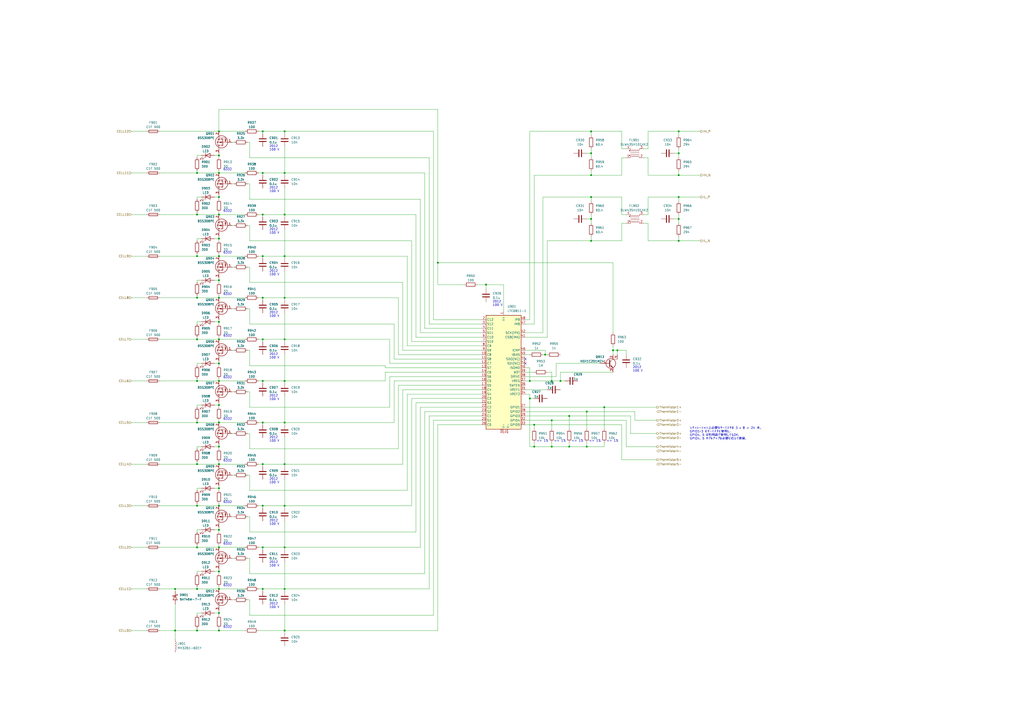
<source format=kicad_sch>
(kicad_sch (version 20230121) (generator eeschema)
  (paper "A2")
  (lib_symbols
    (symbol "Device:C" (pin_numbers hide) (pin_names (offset 0.254))
      (property "Reference" "C" (at 0.635 2.54 0))
      (property "Value" "C" (at 0.635 -2.54 0))
      (symbol "C_1_1"
        (pin passive line (at 0 3.81 270) (length 2.794) (name "~") (number "1"))
        (pin passive line (at 0 -3.81 90) (length 2.794) (name "~") (number "2"))
      )
    )
    (symbol "Device:Fuse" (pin_numbers hide) (pin_names (offset 0))
      (property "Reference" "F" (at 2.032 0 90))
      (property "Value" "Fuse" (at -1.905 0 90))
      (symbol "Fuse_1_1"
        (pin passive line (at 0 3.81 270) (length 1.27) (name "~") (number "1"))
        (pin passive line (at 0 -3.81 90) (length 1.27) (name "~") (number "2"))
      )
    )
    (symbol "Device:LED" (pin_numbers hide) (pin_names (offset 1.016) hide)
      (property "Reference" "D" (at 0 2.54 0))
      (property "Value" "LED" (at 0 -2.54 0))
      (symbol "LED_1_1"
        (pin passive line (at -3.81 0 0) (length 2.54) (name "K") (number "1"))
        (pin passive line (at 3.81 0 180) (length 2.54) (name "A") (number "2"))
      )
    )
    (symbol "Device:R" (pin_numbers hide) (pin_names (offset 0))
      (property "Reference" "R" (at 2.032 0 90))
      (property "Value" "R" (at 0 0 90))
      (symbol "R_1_1"
        (pin passive line (at 0 3.81 270) (length 1.27) (name "~") (number "1"))
        (pin passive line (at 0 -3.81 90) (length 1.27) (name "~") (number "2"))
      )
    )
    (symbol "ProjectEV:BatteryManagement_LTC6811-1"
      (property "Reference" "U" (at -10.16 34.29 0))
      (property "Value" "LTC6811-1" (at -16.51 -34.29 0))
      (symbol "BatteryManagement_LTC6811-1_1_1"
        (pin power_in line (at 0 35.56 270) (length 2.54) (name "V+") (number "1"))
        (pin input line (at -12.7 10.16 0) (length 2.54) (name "C8") (number "10"))
        (pin bidirectional line (at -12.7 7.62 0) (length 2.54) (name "S8") (number "11"))
        (pin input line (at -12.7 5.08 0) (length 2.54) (name "C7") (number "12"))
        (pin bidirectional line (at -12.7 2.54 0) (length 2.54) (name "S7") (number "13"))
        (pin input line (at -12.7 0 0) (length 2.54) (name "C6") (number "14"))
        (pin bidirectional line (at -12.7 -2.54 0) (length 2.54) (name "S6") (number "15"))
        (pin input line (at -12.7 -5.08 0) (length 2.54) (name "C5") (number "16"))
        (pin bidirectional line (at -12.7 -7.62 0) (length 2.54) (name "S5") (number "17"))
        (pin input line (at -12.7 -10.16 0) (length 2.54) (name "C4") (number "18"))
        (pin bidirectional line (at -12.7 -12.7 0) (length 2.54) (name "S4") (number "19"))
        (pin input line (at -12.7 30.48 0) (length 2.54) (name "C12") (number "2"))
        (pin input line (at -12.7 -15.24 0) (length 2.54) (name "C3") (number "20"))
        (pin bidirectional line (at -12.7 -17.78 0) (length 2.54) (name "S3") (number "21"))
        (pin input line (at -12.7 -20.32 0) (length 2.54) (name "C2") (number "22"))
        (pin bidirectional line (at -12.7 -22.86 0) (length 2.54) (name "S2") (number "23"))
        (pin input line (at -12.7 -25.4 0) (length 2.54) (name "C1") (number "24"))
        (pin bidirectional line (at -12.7 -27.94 0) (length 2.54) (name "S1") (number "25"))
        (pin input line (at -12.7 -30.48 0) (length 2.54) (name "C0") (number "26"))
        (pin bidirectional line (at 12.7 -20.32 180) (length 2.54) (name "GPIO1") (number "27"))
        (pin bidirectional line (at 12.7 -22.86 180) (length 2.54) (name "GPIO2") (number "28"))
        (pin bidirectional line (at 12.7 -25.4 180) (length 2.54) (name "GPIO3") (number "29"))
        (pin bidirectional line (at -12.7 27.94 0) (length 2.54) (name "S12") (number "3"))
        (pin passive line (at 0 -35.56 90) (length 2.54) (name "V-") (number "30"))
        (pin passive line (at 2.54 -35.56 90) (length 2.54) (name "V-") (number "31"))
        (pin bidirectional line (at 12.7 -27.94 180) (length 2.54) (name "GPIO4") (number "32"))
        (pin bidirectional line (at 12.7 -30.48 180) (length 2.54) (name "GPIO5") (number "33"))
        (pin output line (at 12.7 -12.7 180) (length 2.54) (name "VREF2") (number "34"))
        (pin output line (at 12.7 -10.16 180) (length 2.54) (name "VREF1") (number "35"))
        (pin input line (at 12.7 -7.62 180) (length 2.54) (name "SWTEN") (number "36"))
        (pin input line (at 12.7 -5.08 180) (length 2.54) (name "VREG") (number "37"))
        (pin output line (at 12.7 -2.54 180) (length 2.54) (name "DRIVE") (number "38"))
        (pin output line (at 12.7 0 180) (length 2.54) (name "WDT") (number "39"))
        (pin input line (at -12.7 25.4 0) (length 2.54) (name "C11") (number "4"))
        (pin input line (at 12.7 2.54 180) (length 2.54) (name "ISOMD") (number "40"))
        (pin bidirectional line (at 12.7 20.32 180) (length 2.54) (name "CSB(IMA)") (number "41"))
        (pin bidirectional line (at 12.7 22.86 180) (length 2.54) (name "SCK(IPA)") (number "42"))
        (pin input line (at 12.7 5.08 180) (length 2.54) (name "SDI(NC)") (number "43"))
        (pin open_collector line (at 12.7 7.62 180) (length 2.54) (name "SDO(NC)") (number "44"))
        (pin passive line (at 12.7 10.16 180) (length 2.54) (name "IBIAS") (number "45"))
        (pin passive line (at 12.7 12.7 180) (length 2.54) (name "ICMP") (number "46"))
        (pin bidirectional line (at 12.7 27.94 180) (length 2.54) (name "IMB") (number "47"))
        (pin bidirectional line (at 12.7 30.48 180) (length 2.54) (name "IPB") (number "48"))
        (pin bidirectional line (at -12.7 22.86 0) (length 2.54) (name "S11") (number "5"))
        (pin input line (at -12.7 20.32 0) (length 2.54) (name "C10") (number "6"))
        (pin bidirectional line (at -12.7 17.78 0) (length 2.54) (name "S10") (number "7"))
        (pin input line (at -12.7 15.24 0) (length 2.54) (name "C9") (number "8"))
        (pin bidirectional line (at -12.7 12.7 0) (length 2.54) (name "S9") (number "9"))
      )
    )
    (symbol "ProjectEV:CommonModeChoke_DLW43SH101" (pin_names (offset 0.254) hide)
      (property "Reference" "FL" (at 0 4.445 0))
      (property "Value" "DLW43SH101" (at 0 -4.445 0))
      (symbol "CommonModeChoke_DLW43SH101_1_1"
        (pin passive line (at -5.08 -2.54 0) (length 2.54) (name "1") (number "1"))
        (pin passive line (at 5.08 -2.54 180) (length 2.54) (name "2") (number "2"))
        (pin passive line (at 5.08 2.54 180) (length 2.54) (name "3") (number "3"))
        (pin passive line (at -5.08 2.54 0) (length 2.54) (name "4") (number "4"))
      )
    )
    (symbol "ProjectEV:D_BAT46W-7-F" (pin_numbers hide) (pin_names (offset 1.016) hide)
      (property "Reference" "D" (at 0 2.54 0))
      (property "Value" "BAT46W-7-F" (at 0 -2.54 0))
      (symbol "D_BAT46W-7-F_1_1"
        (pin passive line (at -3.81 0 0) (length 2.54) (name "K") (number "1"))
        (pin passive line (at 3.81 0 180) (length 2.54) (name "A") (number "2"))
      )
    )
    (symbol "ProjectEV:L_MH3261" (pin_numbers hide) (pin_names (offset 1.016) hide)
      (property "Reference" "L" (at -1.27 0 90))
      (property "Value" "MH3261" (at 1.905 0 90))
      (symbol "L_MH3261_1_1"
        (pin passive line (at 0 3.81 270) (length 1.27) (name "1") (number "1"))
        (pin passive line (at 0 -3.81 90) (length 1.27) (name "2") (number "2"))
      )
    )
    (symbol "ProjectEV:Transistor_BSS308PE" (pin_names (offset 0) hide)
      (property "Reference" "Q" (at 5.08 1.27 0))
      (property "Value" "BSS308PE" (at 5.08 -1.27 0))
      (symbol "Transistor_BSS308PE_1_1"
        (pin input line (at -5.08 0 0) (length 2.54) (name "G") (number "1"))
        (pin passive line (at 2.54 -6.35 90) (length 2.54) (name "S") (number "2"))
        (pin passive line (at 2.54 6.35 270) (length 2.54) (name "D") (number "3"))
      )
    )
    (symbol "ProjectEV:Transistor_NSV1C201MZ4" (pin_names (offset 0) hide)
      (property "Reference" "Q" (at 5.08 1.27 0))
      (property "Value" "NSV1C201MZ4" (at 5.08 -1.27 0))
      (symbol "Transistor_NSV1C201MZ4_1_1"
        (pin passive line (at -5.08 0 0) (length 5.715) (name "B") (number "1"))
        (pin passive line (at 2.54 5.08 270) (length 2.54) (name "C") (number "2"))
        (pin passive line (at 2.54 -5.08 90) (length 2.54) (name "E") (number "3"))
        (pin passive line (at 5.08 5.08 270) (length 2.54) (name "C") (number "4"))
      )
    )
  )
  (junction (at 393.7 127))
  (junction (at 127 341.63))
  (junction (at 320.04 243.84))
  (junction (at 152.4 172.72))
  (junction (at 342.9 76.2))
  (junction (at 127 259.08))
  (junction (at 307.34 231.14))
  (junction (at 127 245.11))
  (junction (at 127 293.37))
  (junction (at 127 100.33))
  (junction (at 127 317.5))
  (junction (at 152.4 317.5))
  (junction (at 114.3 196.85))
  (junction (at 330.2 259.08))
  (junction (at 316.23 205.74))
  (junction (at 152.4 245.11))
  (junction (at 165.1 196.85))
  (junction (at 165.1 172.72))
  (junction (at 127 365.76))
  (junction (at 127 355.6))
  (junction (at 127 186.69))
  (junction (at 127 196.85))
  (junction (at 114.3 317.5))
  (junction (at 342.9 139.7))
  (junction (at 127 307.34))
  (junction (at 393.7 139.7))
  (junction (at 309.88 246.38))
  (junction (at 127 269.24))
  (junction (at 393.7 101.6))
  (junction (at 127 90.17))
  (junction (at 152.4 124.46))
  (junction (at 165.1 100.33))
  (junction (at 307.34 220.98))
  (junction (at 152.4 341.63))
  (junction (at 342.9 101.6))
  (junction (at 152.4 100.33))
  (junction (at 320.04 220.98))
  (junction (at 309.88 259.08))
  (junction (at 114.3 245.11))
  (junction (at 127 148.59))
  (junction (at 152.4 269.24))
  (junction (at 355.6 203.2))
  (junction (at 393.7 114.3))
  (junction (at 127 124.46))
  (junction (at 393.7 88.9))
  (junction (at 330.2 241.3))
  (junction (at 254 152.4))
  (junction (at 101.6 341.63))
  (junction (at 281.94 165.1))
  (junction (at 325.12 220.98))
  (junction (at 165.1 124.46))
  (junction (at 350.52 236.22))
  (junction (at 101.6 365.76))
  (junction (at 127 76.2))
  (junction (at 342.9 127))
  (junction (at 165.1 365.76))
  (junction (at 320.04 259.08))
  (junction (at 165.1 220.98))
  (junction (at 114.3 293.37))
  (junction (at 114.3 269.24))
  (junction (at 165.1 76.2))
  (junction (at 127 220.98))
  (junction (at 152.4 196.85))
  (junction (at 127 234.95))
  (junction (at 114.3 124.46))
  (junction (at 152.4 220.98))
  (junction (at 127 138.43))
  (junction (at 342.9 88.9))
  (junction (at 165.1 269.24))
  (junction (at 165.1 148.59))
  (junction (at 127 283.21))
  (junction (at 114.3 365.76))
  (junction (at 165.1 317.5))
  (junction (at 152.4 76.2))
  (junction (at 152.4 148.59))
  (junction (at 114.3 220.98))
  (junction (at 114.3 148.59))
  (junction (at 165.1 245.11))
  (junction (at 127 162.56))
  (junction (at 127 172.72))
  (junction (at 127 331.47))
  (junction (at 358.14 203.2))
  (junction (at 393.7 76.2))
  (junction (at 152.4 293.37))
  (junction (at 114.3 100.33))
  (junction (at 342.9 114.3))
  (junction (at 127 210.82))
  (junction (at 127 114.3))
  (junction (at 340.36 259.08))
  (junction (at 114.3 341.63))
  (junction (at 165.1 341.63))
  (junction (at 114.3 172.72))
  (junction (at 340.36 238.76))
  (junction (at 165.1 293.37))
  (no_connect (at 304.8 210.82))
  (no_connect (at 304.8 208.28))
  (wire (pts (xy 114.3 293.37) (xy 127 293.37)))
  (wire (pts (xy 279.4 231.14) (xy 238.76 231.14)))
  (wire (pts (xy 350.52 236.22) (xy 381 236.22)))
  (wire (pts (xy 279.4 215.9) (xy 223.52 215.9)))
  (wire (pts (xy 92.71 148.59) (xy 114.3 148.59)))
  (wire (pts (xy 243.84 115.57) (xy 243.84 193.04)))
  (wire (pts (xy 127 148.59) (xy 127 147.32)))
  (wire (pts (xy 228.6 187.96) (xy 228.6 208.28)))
  (wire (pts (xy 114.3 283.21) (xy 114.3 284.48)))
  (wire (pts (xy 127 365.76) (xy 127 364.49)))
  (wire (pts (xy 127 162.56) (xy 127 163.83)))
  (wire (pts (xy 114.3 219.71) (xy 114.3 220.98)))
  (wire (pts (xy 92.71 269.24) (xy 114.3 269.24)))
  (wire (pts (xy 76.2 293.37) (xy 85.09 293.37)))
  (wire (pts (xy 152.4 196.85) (xy 152.4 198.12)))
  (wire (pts (xy 127 63.5) (xy 254 63.5)))
  (wire (pts (xy 330.2 259.08) (xy 340.36 259.08)))
  (wire (pts (xy 116.84 307.34) (xy 114.3 307.34)))
  (wire (pts (xy 360.68 129.54) (xy 363.22 129.54)))
  (wire (pts (xy 144.78 332.74) (xy 246.38 332.74)))
  (wire (pts (xy 114.3 195.58) (xy 114.3 196.85)))
  (wire (pts (xy 320.04 243.84) (xy 320.04 248.92)))
  (wire (pts (xy 152.4 293.37) (xy 152.4 294.64)))
  (wire (pts (xy 165.1 302.26) (xy 165.1 317.5)))
  (wire (pts (xy 279.4 236.22) (xy 243.84 236.22)))
  (wire (pts (xy 304.8 205.74) (xy 307.34 205.74)))
  (wire (pts (xy 322.58 210.82) (xy 347.98 210.82)))
  (wire (pts (xy 152.4 148.59) (xy 165.1 148.59)))
  (wire (pts (xy 124.46 90.17) (xy 127 90.17)))
  (wire (pts (xy 360.68 86.36) (xy 363.22 86.36)))
  (wire (pts (xy 360.68 101.6) (xy 360.68 91.44)))
  (wire (pts (xy 114.3 267.97) (xy 114.3 269.24)))
  (wire (pts (xy 241.3 308.61) (xy 241.3 233.68)))
  (wire (pts (xy 127 307.34) (xy 127 308.61)))
  (wire (pts (xy 124.46 186.69) (xy 127 186.69)))
  (wire (pts (xy 231.14 205.74) (xy 231.14 172.72)))
  (wire (pts (xy 279.4 210.82) (xy 226.06 210.82)))
  (wire (pts (xy 144.78 347.98) (xy 144.78 356.87)))
  (wire (pts (xy 355.6 203.2) (xy 358.14 203.2)))
  (wire (pts (xy 76.2 341.63) (xy 85.09 341.63)))
  (wire (pts (xy 304.8 243.84) (xy 320.04 243.84)))
  (wire (pts (xy 304.8 226.06) (xy 317.5 226.06)))
  (wire (pts (xy 144.78 323.85) (xy 144.78 332.74)))
  (wire (pts (xy 254 365.76) (xy 165.1 365.76)))
  (wire (pts (xy 355.6 193.04) (xy 355.6 152.4)))
  (wire (pts (xy 304.8 236.22) (xy 350.52 236.22)))
  (wire (pts (xy 144.78 187.96) (xy 228.6 187.96)))
  (wire (pts (xy 149.86 148.59) (xy 152.4 148.59)))
  (wire (pts (xy 165.1 157.48) (xy 165.1 172.72)))
  (wire (pts (xy 124.46 162.56) (xy 127 162.56)))
  (wire (pts (xy 251.46 243.84) (xy 279.4 243.84)))
  (wire (pts (xy 165.1 317.5) (xy 165.1 318.77)))
  (wire (pts (xy 165.1 196.85) (xy 165.1 198.12)))
  (wire (pts (xy 360.68 266.7) (xy 360.68 246.38)))
  (wire (pts (xy 165.1 269.24) (xy 165.1 270.51)))
  (wire (pts (xy 127 331.47) (xy 127 332.74)))
  (wire (pts (xy 152.4 293.37) (xy 165.1 293.37)))
  (wire (pts (xy 114.3 307.34) (xy 114.3 308.61)))
  (wire (pts (xy 144.78 115.57) (xy 243.84 115.57)))
  (wire (pts (xy 114.3 171.45) (xy 114.3 172.72)))
  (wire (pts (xy 152.4 148.59) (xy 152.4 149.86)))
  (wire (pts (xy 101.6 365.76) (xy 101.6 370.84)))
  (wire (pts (xy 144.78 308.61) (xy 241.3 308.61)))
  (wire (pts (xy 223.52 220.98) (xy 165.1 220.98)))
  (wire (pts (xy 243.84 317.5) (xy 165.1 317.5)))
  (wire (pts (xy 127 220.98) (xy 127 219.71)))
  (wire (pts (xy 368.3 243.84) (xy 381 243.84)))
  (wire (pts (xy 127 185.42) (xy 127 186.69)))
  (wire (pts (xy 76.2 220.98) (xy 85.09 220.98)))
  (wire (pts (xy 393.7 139.7) (xy 406.4 139.7)))
  (wire (pts (xy 360.68 114.3) (xy 360.68 124.46)))
  (wire (pts (xy 316.23 205.74) (xy 317.5 205.74)))
  (wire (pts (xy 116.84 355.6) (xy 114.3 355.6)))
  (wire (pts (xy 279.4 200.66) (xy 236.22 200.66)))
  (wire (pts (xy 149.86 100.33) (xy 152.4 100.33)))
  (wire (pts (xy 342.9 101.6) (xy 360.68 101.6)))
  (wire (pts (xy 228.6 220.98) (xy 228.6 245.11)))
  (wire (pts (xy 246.38 190.5) (xy 246.38 100.33)))
  (wire (pts (xy 124.46 138.43) (xy 127 138.43)))
  (wire (pts (xy 92.71 196.85) (xy 114.3 196.85)))
  (wire (pts (xy 360.68 91.44) (xy 363.22 91.44)))
  (wire (pts (xy 116.84 90.17) (xy 114.3 90.17)))
  (wire (pts (xy 309.88 259.08) (xy 320.04 259.08)))
  (wire (pts (xy 375.92 114.3) (xy 393.7 114.3)))
  (wire (pts (xy 152.4 220.98) (xy 152.4 222.25)))
  (wire (pts (xy 152.4 341.63) (xy 165.1 341.63)))
  (wire (pts (xy 307.34 231.14) (xy 307.34 228.6)))
  (wire (pts (xy 393.7 76.2) (xy 406.4 76.2)))
  (wire (pts (xy 76.2 172.72) (xy 85.09 172.72)))
  (wire (pts (xy 304.8 213.36) (xy 307.34 213.36)))
  (wire (pts (xy 92.71 100.33) (xy 114.3 100.33)))
  (wire (pts (xy 393.7 139.7) (xy 375.92 139.7)))
  (wire (pts (xy 165.1 109.22) (xy 165.1 124.46)))
  (wire (pts (xy 304.8 220.98) (xy 307.34 220.98)))
  (wire (pts (xy 165.1 133.35) (xy 165.1 148.59)))
  (wire (pts (xy 304.8 241.3) (xy 330.2 241.3)))
  (wire (pts (xy 76.2 100.33) (xy 85.09 100.33)))
  (wire (pts (xy 116.84 259.08) (xy 114.3 259.08)))
  (wire (pts (xy 143.51 179.07) (xy 144.78 179.07)))
  (wire (pts (xy 144.78 163.83) (xy 233.68 163.83)))
  (wire (pts (xy 152.4 245.11) (xy 152.4 246.38)))
  (wire (pts (xy 292.1 165.1) (xy 292.1 180.34)))
  (wire (pts (xy 393.7 114.3) (xy 393.7 116.84)))
  (wire (pts (xy 134.62 275.59) (xy 135.89 275.59)))
  (wire (pts (xy 144.78 299.72) (xy 144.78 308.61)))
  (wire (pts (xy 127 172.72) (xy 127 171.45)))
  (wire (pts (xy 127 76.2) (xy 127 63.5)))
  (wire (pts (xy 149.86 269.24) (xy 152.4 269.24)))
  (wire (pts (xy 143.51 275.59) (xy 144.78 275.59)))
  (wire (pts (xy 248.92 241.3) (xy 248.92 341.63)))
  (wire (pts (xy 393.7 88.9) (xy 393.7 91.44)))
  (wire (pts (xy 127 124.46) (xy 142.24 124.46)))
  (wire (pts (xy 381 259.08) (xy 363.22 259.08)))
  (wire (pts (xy 254 152.4) (xy 254 165.1)))
  (wire (pts (xy 114.3 259.08) (xy 114.3 260.35)))
  (wire (pts (xy 342.9 114.3) (xy 342.9 116.84)))
  (wire (pts (xy 355.6 152.4) (xy 254 152.4)))
  (wire (pts (xy 231.14 260.35) (xy 231.14 223.52)))
  (wire (pts (xy 127 161.29) (xy 127 162.56)))
  (wire (pts (xy 127 196.85) (xy 142.24 196.85)))
  (wire (pts (xy 365.76 251.46) (xy 365.76 241.3)))
  (wire (pts (xy 127 114.3) (xy 127 115.57)))
  (wire (pts (xy 143.51 323.85) (xy 144.78 323.85)))
  (wire (pts (xy 375.92 101.6) (xy 375.92 91.44)))
  (wire (pts (xy 144.78 212.09) (xy 223.52 212.09)))
  (wire (pts (xy 144.78 139.7) (xy 238.76 139.7)))
  (wire (pts (xy 279.4 190.5) (xy 246.38 190.5)))
  (wire (pts (xy 124.46 307.34) (xy 127 307.34)))
  (wire (pts (xy 342.9 76.2) (xy 342.9 78.74)))
  (wire (pts (xy 127 257.81) (xy 127 259.08)))
  (wire (pts (xy 92.71 124.46) (xy 114.3 124.46)))
  (wire (pts (xy 231.14 172.72) (xy 165.1 172.72)))
  (wire (pts (xy 92.71 365.76) (xy 101.6 365.76)))
  (wire (pts (xy 165.1 181.61) (xy 165.1 196.85)))
  (wire (pts (xy 304.8 238.76) (xy 340.36 238.76)))
  (wire (pts (xy 304.8 246.38) (xy 309.88 246.38)))
  (wire (pts (xy 152.4 124.46) (xy 152.4 125.73)))
  (wire (pts (xy 134.62 203.2) (xy 135.89 203.2)))
  (wire (pts (xy 340.36 238.76) (xy 340.36 248.92)))
  (wire (pts (xy 322.58 210.82) (xy 322.58 218.44)))
  (wire (pts (xy 76.2 245.11) (xy 85.09 245.11)))
  (wire (pts (xy 375.92 76.2) (xy 393.7 76.2)))
  (wire (pts (xy 127 138.43) (xy 127 139.7)))
  (wire (pts (xy 317.5 215.9) (xy 320.04 215.9)))
  (wire (pts (xy 92.71 245.11) (xy 114.3 245.11)))
  (wire (pts (xy 149.86 76.2) (xy 152.4 76.2)))
  (wire (pts (xy 165.1 245.11) (xy 228.6 245.11)))
  (wire (pts (xy 134.62 323.85) (xy 135.89 323.85)))
  (wire (pts (xy 307.34 213.36) (xy 307.34 220.98)))
  (wire (pts (xy 238.76 198.12) (xy 279.4 198.12)))
  (wire (pts (xy 114.3 100.33) (xy 127 100.33)))
  (wire (pts (xy 165.1 85.09) (xy 165.1 100.33)))
  (wire (pts (xy 114.3 365.76) (xy 127 365.76)))
  (wire (pts (xy 144.78 356.87) (xy 251.46 356.87)))
  (wire (pts (xy 127 269.24) (xy 142.24 269.24)))
  (wire (pts (xy 114.3 355.6) (xy 114.3 356.87)))
  (wire (pts (xy 342.9 76.2) (xy 360.68 76.2)))
  (wire (pts (xy 144.78 82.55) (xy 144.78 91.44)))
  (wire (pts (xy 127 209.55) (xy 127 210.82)))
  (wire (pts (xy 127 148.59) (xy 142.24 148.59)))
  (wire (pts (xy 144.78 106.68) (xy 144.78 115.57)))
  (wire (pts (xy 342.9 139.7) (xy 317.5 139.7)))
  (wire (pts (xy 152.4 100.33) (xy 165.1 100.33)))
  (wire (pts (xy 340.36 259.08) (xy 350.52 259.08)))
  (wire (pts (xy 226.06 196.85) (xy 165.1 196.85)))
  (wire (pts (xy 134.62 82.55) (xy 135.89 82.55)))
  (wire (pts (xy 279.4 185.42) (xy 251.46 185.42)))
  (wire (pts (xy 236.22 148.59) (xy 165.1 148.59)))
  (wire (pts (xy 165.1 365.76) (xy 165.1 367.03)))
  (wire (pts (xy 375.92 129.54) (xy 373.38 129.54)))
  (wire (pts (xy 381 251.46) (xy 365.76 251.46)))
  (wire (pts (xy 223.52 213.36) (xy 279.4 213.36)))
  (wire (pts (xy 149.86 341.63) (xy 152.4 341.63)))
  (wire (pts (xy 233.68 269.24) (xy 165.1 269.24)))
  (wire (pts (xy 127 341.63) (xy 142.24 341.63)))
  (wire (pts (xy 241.3 233.68) (xy 279.4 233.68)))
  (wire (pts (xy 307.34 220.98) (xy 320.04 220.98)))
  (wire (pts (xy 307.34 231.14) (xy 307.34 259.08)))
  (wire (pts (xy 116.84 186.69) (xy 114.3 186.69)))
  (wire (pts (xy 320.04 220.98) (xy 325.12 220.98)))
  (wire (pts (xy 114.3 341.63) (xy 127 341.63)))
  (wire (pts (xy 350.52 236.22) (xy 350.52 248.92)))
  (wire (pts (xy 152.4 172.72) (xy 165.1 172.72)))
  (wire (pts (xy 144.78 203.2) (xy 144.78 212.09)))
  (wire (pts (xy 127 317.5) (xy 142.24 317.5)))
  (wire (pts (xy 165.1 278.13) (xy 165.1 293.37)))
  (wire (pts (xy 149.86 293.37) (xy 152.4 293.37)))
  (wire (pts (xy 114.3 317.5) (xy 127 317.5)))
  (wire (pts (xy 233.68 203.2) (xy 279.4 203.2)))
  (wire (pts (xy 92.71 317.5) (xy 114.3 317.5)))
  (wire (pts (xy 144.78 130.81) (xy 144.78 139.7)))
  (wire (pts (xy 355.6 200.66) (xy 355.6 203.2)))
  (wire (pts (xy 317.5 139.7) (xy 317.5 195.58)))
  (wire (pts (xy 127 196.85) (xy 127 195.58)))
  (wire (pts (xy 248.92 341.63) (xy 165.1 341.63)))
  (wire (pts (xy 127 341.63) (xy 127 340.36)))
  (wire (pts (xy 393.7 124.46) (xy 393.7 127)))
  (wire (pts (xy 134.62 227.33) (xy 135.89 227.33)))
  (wire (pts (xy 314.96 193.04) (xy 314.96 114.3)))
  (wire (pts (xy 124.46 283.21) (xy 127 283.21)))
  (wire (pts (xy 127 76.2) (xy 142.24 76.2)))
  (wire (pts (xy 152.4 124.46) (xy 165.1 124.46)))
  (wire (pts (xy 114.3 162.56) (xy 114.3 163.83)))
  (wire (pts (xy 342.9 124.46) (xy 342.9 127)))
  (wire (pts (xy 375.92 124.46) (xy 375.92 114.3)))
  (wire (pts (xy 127 355.6) (xy 127 356.87)))
  (wire (pts (xy 330.2 256.54) (xy 330.2 259.08)))
  (wire (pts (xy 76.2 76.2) (xy 85.09 76.2)))
  (wire (pts (xy 76.2 148.59) (xy 85.09 148.59)))
  (wire (pts (xy 360.68 124.46) (xy 363.22 124.46)))
  (wire (pts (xy 127 90.17) (xy 127 91.44)))
  (wire (pts (xy 233.68 163.83) (xy 233.68 203.2)))
  (wire (pts (xy 375.92 139.7) (xy 375.92 129.54)))
  (wire (pts (xy 143.51 299.72) (xy 144.78 299.72)))
  (wire (pts (xy 152.4 196.85) (xy 165.1 196.85)))
  (wire (pts (xy 92.71 341.63) (xy 101.6 341.63)))
  (wire (pts (xy 152.4 76.2) (xy 165.1 76.2)))
  (wire (pts (xy 124.46 210.82) (xy 127 210.82)))
  (wire (pts (xy 236.22 200.66) (xy 236.22 148.59)))
  (wire (pts (xy 365.76 241.3) (xy 330.2 241.3)))
  (wire (pts (xy 309.88 246.38) (xy 309.88 248.92)))
  (wire (pts (xy 127 269.24) (xy 127 267.97)))
  (wire (pts (xy 355.6 215.9) (xy 325.12 215.9)))
  (wire (pts (xy 114.3 316.23) (xy 114.3 317.5)))
  (wire (pts (xy 127 293.37) (xy 127 292.1)))
  (wire (pts (xy 134.62 179.07) (xy 135.89 179.07)))
  (wire (pts (xy 114.3 292.1) (xy 114.3 293.37)))
  (wire (pts (xy 391.16 127) (xy 393.7 127)))
  (wire (pts (xy 307.34 228.6) (xy 304.8 228.6)))
  (wire (pts (xy 149.86 172.72) (xy 152.4 172.72)))
  (wire (pts (xy 127 186.69) (xy 127 187.96)))
  (wire (pts (xy 279.4 241.3) (xy 248.92 241.3)))
  (wire (pts (xy 393.7 137.16) (xy 393.7 139.7)))
  (wire (pts (xy 226.06 218.44) (xy 279.4 218.44)))
  (wire (pts (xy 116.84 283.21) (xy 114.3 283.21)))
  (wire (pts (xy 134.62 347.98) (xy 135.89 347.98)))
  (wire (pts (xy 226.06 210.82) (xy 226.06 196.85)))
  (wire (pts (xy 320.04 215.9) (xy 320.04 220.98)))
  (wire (pts (xy 114.3 245.11) (xy 127 245.11)))
  (wire (pts (xy 144.78 179.07) (xy 144.78 187.96)))
  (wire (pts (xy 322.58 218.44) (xy 304.8 218.44)))
  (wire (pts (xy 279.4 220.98) (xy 228.6 220.98)))
  (wire (pts (xy 101.6 350.52) (xy 101.6 365.76)))
  (wire (pts (xy 134.62 154.94) (xy 135.89 154.94)))
  (wire (pts (xy 127 306.07) (xy 127 307.34)))
  (wire (pts (xy 92.71 293.37) (xy 114.3 293.37)))
  (wire (pts (xy 340.36 256.54) (xy 340.36 259.08)))
  (wire (pts (xy 76.2 365.76) (xy 85.09 365.76)))
  (wire (pts (xy 114.3 124.46) (xy 127 124.46)))
  (wire (pts (xy 238.76 293.37) (xy 165.1 293.37)))
  (wire (pts (xy 165.1 293.37) (xy 165.1 294.64)))
  (wire (pts (xy 143.51 130.81) (xy 144.78 130.81)))
  (wire (pts (xy 223.52 215.9) (xy 223.52 220.98)))
  (wire (pts (xy 340.36 88.9) (xy 342.9 88.9)))
  (wire (pts (xy 114.3 210.82) (xy 114.3 212.09)))
  (wire (pts (xy 144.78 251.46) (xy 144.78 260.35)))
  (wire (pts (xy 127 354.33) (xy 127 355.6)))
  (wire (pts (xy 152.4 317.5) (xy 152.4 318.77)))
  (wire (pts (xy 393.7 101.6) (xy 406.4 101.6)))
  (wire (pts (xy 251.46 76.2) (xy 165.1 76.2)))
  (wire (pts (xy 373.38 86.36) (xy 375.92 86.36)))
  (wire (pts (xy 279.4 226.06) (xy 233.68 226.06)))
  (wire (pts (xy 236.22 228.6) (xy 279.4 228.6)))
  (wire (pts (xy 127 259.08) (xy 127 260.35)))
  (wire (pts (xy 279.4 246.38) (xy 254 246.38)))
  (wire (pts (xy 165.1 148.59) (xy 165.1 149.86)))
  (wire (pts (xy 304.8 193.04) (xy 314.96 193.04)))
  (wire (pts (xy 144.78 260.35) (xy 231.14 260.35)))
  (wire (pts (xy 143.51 106.68) (xy 144.78 106.68)))
  (wire (pts (xy 231.14 223.52) (xy 279.4 223.52)))
  (wire (pts (xy 114.3 138.43) (xy 114.3 139.7)))
  (wire (pts (xy 116.84 234.95) (xy 114.3 234.95)))
  (wire (pts (xy 342.9 139.7) (xy 360.68 139.7)))
  (wire (pts (xy 143.51 203.2) (xy 144.78 203.2)))
  (wire (pts (xy 309.88 101.6) (xy 342.9 101.6)))
  (wire (pts (xy 304.8 215.9) (xy 309.88 215.9)))
  (wire (pts (xy 114.3 147.32) (xy 114.3 148.59)))
  (wire (pts (xy 241.3 195.58) (xy 241.3 124.46)))
  (wire (pts (xy 393.7 101.6) (xy 375.92 101.6)))
  (wire (pts (xy 152.4 245.11) (xy 165.1 245.11)))
  (wire (pts (xy 92.71 76.2) (xy 127 76.2)))
  (wire (pts (xy 246.38 332.74) (xy 246.38 238.76)))
  (wire (pts (xy 307.34 185.42) (xy 307.34 76.2)))
  (wire (pts (xy 368.3 238.76) (xy 368.3 243.84)))
  (wire (pts (xy 127 281.94) (xy 127 283.21)))
  (wire (pts (xy 127 330.2) (xy 127 331.47)))
  (wire (pts (xy 144.78 284.48) (xy 236.22 284.48)))
  (wire (pts (xy 393.7 76.2) (xy 393.7 78.74)))
  (wire (pts (xy 325.12 215.9) (xy 325.12 220.98)))
  (wire (pts (xy 92.71 172.72) (xy 114.3 172.72)))
  (wire (pts (xy 165.1 100.33) (xy 165.1 101.6)))
  (wire (pts (xy 281.94 165.1) (xy 281.94 167.64)))
  (wire (pts (xy 124.46 355.6) (xy 127 355.6)))
  (wire (pts (xy 149.86 196.85) (xy 152.4 196.85)))
  (wire (pts (xy 342.9 99.06) (xy 342.9 101.6)))
  (wire (pts (xy 375.92 86.36) (xy 375.92 76.2)))
  (wire (pts (xy 165.1 172.72) (xy 165.1 173.99)))
  (wire (pts (xy 152.4 269.24) (xy 165.1 269.24)))
  (wire (pts (xy 114.3 269.24) (xy 127 269.24)))
  (wire (pts (xy 165.1 229.87) (xy 165.1 245.11)))
  (wire (pts (xy 127 245.11) (xy 142.24 245.11)))
  (wire (pts (xy 307.34 76.2) (xy 342.9 76.2)))
  (wire (pts (xy 116.84 114.3) (xy 114.3 114.3)))
  (wire (pts (xy 127 293.37) (xy 142.24 293.37)))
  (wire (pts (xy 304.8 187.96) (xy 309.88 187.96)))
  (wire (pts (xy 281.94 165.1) (xy 292.1 165.1)))
  (wire (pts (xy 114.3 123.19) (xy 114.3 124.46)))
  (wire (pts (xy 340.36 127) (xy 342.9 127)))
  (wire (pts (xy 251.46 356.87) (xy 251.46 243.84)))
  (wire (pts (xy 165.1 76.2) (xy 165.1 77.47)))
  (wire (pts (xy 320.04 259.08) (xy 330.2 259.08)))
  (wire (pts (xy 127 137.16) (xy 127 138.43)))
  (wire (pts (xy 127 100.33) (xy 142.24 100.33)))
  (wire (pts (xy 144.78 91.44) (xy 248.92 91.44)))
  (wire (pts (xy 144.78 154.94) (xy 144.78 163.83)))
  (wire (pts (xy 114.3 148.59) (xy 127 148.59)))
  (wire (pts (xy 127 124.46) (xy 127 123.19)))
  (wire (pts (xy 143.51 82.55) (xy 144.78 82.55)))
  (wire (pts (xy 143.51 227.33) (xy 144.78 227.33)))
  (wire (pts (xy 375.92 91.44) (xy 373.38 91.44)))
  (wire (pts (xy 165.1 205.74) (xy 165.1 220.98)))
  (wire (pts (xy 143.51 347.98) (xy 144.78 347.98)))
  (wire (pts (xy 114.3 220.98) (xy 127 220.98)))
  (wire (pts (xy 360.68 139.7) (xy 360.68 129.54)))
  (wire (pts (xy 149.86 245.11) (xy 152.4 245.11)))
  (wire (pts (xy 143.51 154.94) (xy 144.78 154.94)))
  (wire (pts (xy 116.84 210.82) (xy 114.3 210.82)))
  (wire (pts (xy 246.38 100.33) (xy 165.1 100.33)))
  (wire (pts (xy 114.3 90.17) (xy 114.3 91.44)))
  (wire (pts (xy 238.76 231.14) (xy 238.76 293.37)))
  (wire (pts (xy 233.68 226.06) (xy 233.68 269.24)))
  (wire (pts (xy 342.9 127) (xy 342.9 129.54)))
  (wire (pts (xy 76.2 124.46) (xy 85.09 124.46)))
  (wire (pts (xy 304.8 203.2) (xy 316.23 203.2)))
  (wire (pts (xy 134.62 251.46) (xy 135.89 251.46)))
  (wire (pts (xy 241.3 124.46) (xy 165.1 124.46)))
  (wire (pts (xy 279.4 195.58) (xy 241.3 195.58)))
  (wire (pts (xy 363.22 243.84) (xy 320.04 243.84)))
  (wire (pts (xy 124.46 234.95) (xy 127 234.95)))
  (wire (pts (xy 114.3 196.85) (xy 127 196.85)))
  (wire (pts (xy 127 172.72) (xy 142.24 172.72)))
  (wire (pts (xy 325.12 220.98) (xy 327.66 220.98)))
  (wire (pts (xy 127 365.76) (xy 142.24 365.76)))
  (wire (pts (xy 320.04 256.54) (xy 320.04 259.08)))
  (wire (pts (xy 254 165.1) (xy 269.24 165.1)))
  (wire (pts (xy 149.86 365.76) (xy 165.1 365.76)))
  (wire (pts (xy 381 266.7) (xy 360.68 266.7)))
  (wire (pts (xy 236.22 284.48) (xy 236.22 228.6)))
  (wire (pts (xy 152.4 341.63) (xy 152.4 342.9)))
  (wire (pts (xy 152.4 269.24) (xy 152.4 270.51)))
  (wire (pts (xy 134.62 299.72) (xy 135.89 299.72)))
  (wire (pts (xy 127 210.82) (xy 127 212.09)))
  (wire (pts (xy 246.38 238.76) (xy 279.4 238.76)))
  (wire (pts (xy 134.62 130.81) (xy 135.89 130.81)))
  (wire (pts (xy 165.1 220.98) (xy 165.1 222.25)))
  (wire (pts (xy 101.6 341.63) (xy 114.3 341.63)))
  (wire (pts (xy 127 100.33) (xy 127 99.06)))
  (wire (pts (xy 373.38 124.46) (xy 375.92 124.46)))
  (wire (pts (xy 116.84 138.43) (xy 114.3 138.43)))
  (wire (pts (xy 101.6 342.9) (xy 101.6 341.63)))
  (wire (pts (xy 101.6 365.76) (xy 114.3 365.76)))
  (wire (pts (xy 248.92 187.96) (xy 279.4 187.96)))
  (wire (pts (xy 309.88 259.08) (xy 307.34 259.08)))
  (wire (pts (xy 254 246.38) (xy 254 365.76)))
  (wire (pts (xy 76.2 196.85) (xy 85.09 196.85)))
  (wire (pts (xy 149.86 220.98) (xy 152.4 220.98)))
  (wire (pts (xy 116.84 162.56) (xy 114.3 162.56)))
  (wire (pts (xy 114.3 99.06) (xy 114.3 100.33)))
  (wire (pts (xy 127 317.5) (xy 127 316.23)))
  (wire (pts (xy 393.7 114.3) (xy 406.4 114.3)))
  (wire (pts (xy 360.68 246.38) (xy 309.88 246.38)))
  (wire (pts (xy 144.78 236.22) (xy 226.06 236.22)))
  (wire (pts (xy 393.7 127) (xy 393.7 129.54)))
  (wire (pts (xy 304.8 195.58) (xy 317.5 195.58)))
  (wire (pts (xy 358.14 203.2) (xy 363.22 203.2)))
  (wire (pts (xy 226.06 236.22) (xy 226.06 218.44)))
  (wire (pts (xy 350.52 259.08) (xy 350.52 256.54)))
  (wire (pts (xy 355.6 203.2) (xy 355.6 205.74)))
  (wire (pts (xy 144.78 275.59) (xy 144.78 284.48)))
  (wire (pts (xy 143.51 251.46) (xy 144.78 251.46)))
  (wire (pts (xy 248.92 91.44) (xy 248.92 187.96)))
  (wire (pts (xy 165.1 245.11) (xy 165.1 246.38)))
  (wire (pts (xy 251.46 185.42) (xy 251.46 76.2)))
  (wire (pts (xy 114.3 364.49) (xy 114.3 365.76)))
  (wire (pts (xy 165.1 124.46) (xy 165.1 125.73)))
  (wire (pts (xy 152.4 100.33) (xy 152.4 101.6)))
  (wire (pts (xy 165.1 254) (xy 165.1 269.24)))
  (wire (pts (xy 134.62 106.68) (xy 135.89 106.68)))
  (wire (pts (xy 152.4 76.2) (xy 152.4 77.47)))
  (wire (pts (xy 127 234.95) (xy 127 236.22)))
  (wire (pts (xy 152.4 172.72) (xy 152.4 173.99)))
  (wire (pts (xy 276.86 165.1) (xy 281.94 165.1)))
  (wire (pts (xy 360.68 76.2) (xy 360.68 86.36)))
  (wire (pts (xy 127 113.03) (xy 127 114.3)))
  (wire (pts (xy 127 283.21) (xy 127 284.48)))
  (wire (pts (xy 76.2 317.5) (xy 85.09 317.5)))
  (wire (pts (xy 243.84 236.22) (xy 243.84 317.5)))
  (wire (pts (xy 124.46 331.47) (xy 127 331.47)))
  (wire (pts (xy 243.84 193.04) (xy 279.4 193.04)))
  (wire (pts (xy 342.9 88.9) (xy 342.9 91.44)))
  (wire (pts (xy 342.9 86.36) (xy 342.9 88.9)))
  (wire (pts (xy 165.1 365.76) (xy 165.1 350.52)))
  (wire (pts (xy 363.22 205.74) (xy 363.22 203.2)))
  (wire (pts (xy 76.2 269.24) (xy 85.09 269.24)))
  (wire (pts (xy 165.1 326.39) (xy 165.1 341.63)))
  (wire (pts (xy 309.88 256.54) (xy 309.88 259.08)))
  (wire (pts (xy 127 245.11) (xy 127 243.84)))
  (wire (pts (xy 309.88 187.96) (xy 309.88 101.6)))
  (wire (pts (xy 363.22 259.08) (xy 363.22 243.84)))
  (wire (pts (xy 114.3 340.36) (xy 114.3 341.63)))
  (wire (pts (xy 238.76 139.7) (xy 238.76 198.12)))
  (wire (pts (xy 149.86 124.46) (xy 152.4 124.46)))
  (wire (pts (xy 114.3 234.95) (xy 114.3 236.22)))
  (wire (pts (xy 152.4 317.5) (xy 165.1 317.5)))
  (wire (pts (xy 279.4 205.74) (xy 231.14 205.74)))
  (wire (pts (xy 342.9 137.16) (xy 342.9 139.7)))
  (wire (pts (xy 114.3 114.3) (xy 114.3 115.57)))
  (wire (pts (xy 114.3 186.69) (xy 114.3 187.96)))
  (wire (pts (xy 314.96 114.3) (xy 342.9 114.3)))
  (wire (pts (xy 127 220.98) (xy 142.24 220.98)))
  (wire (pts (xy 254 63.5) (xy 254 152.4)))
  (wire (pts (xy 223.52 212.09) (xy 223.52 213.36)))
  (wire (pts (xy 393.7 86.36) (xy 393.7 88.9)))
  (wire (pts (xy 114.3 331.47) (xy 114.3 332.74)))
  (wire (pts (xy 124.46 114.3) (xy 127 114.3)))
  (wire (pts (xy 92.71 220.98) (xy 114.3 220.98)))
  (wire (pts (xy 342.9 114.3) (xy 360.68 114.3)))
  (wire (pts (xy 304.8 185.42) (xy 307.34 185.42)))
  (wire (pts (xy 358.14 203.2) (xy 358.14 205.74)))
  (wire (pts (xy 340.36 238.76) (xy 368.3 238.76)))
  (wire (pts (xy 314.96 205.74) (xy 316.23 205.74)))
  (wire (pts (xy 152.4 220.98) (xy 165.1 220.98)))
  (wire (pts (xy 114.3 172.72) (xy 127 172.72)))
  (wire (pts (xy 149.86 317.5) (xy 152.4 317.5)))
  (wire (pts (xy 127 233.68) (xy 127 234.95)))
  (wire (pts (xy 114.3 243.84) (xy 114.3 245.11)))
  (wire (pts (xy 144.78 227.33) (xy 144.78 236.22)))
  (wire (pts (xy 307.34 231.14) (xy 309.88 231.14)))
  (wire (pts (xy 228.6 208.28) (xy 279.4 208.28)))
  (wire (pts (xy 316.23 203.2) (xy 316.23 205.74)))
  (wire (pts (xy 391.16 88.9) (xy 393.7 88.9)))
  (wire (pts (xy 165.1 341.63) (xy 165.1 342.9)))
  (wire (pts (xy 393.7 99.06) (xy 393.7 101.6)))
  (wire (pts (xy 116.84 331.47) (xy 114.3 331.47)))
  (wire (pts (xy 330.2 241.3) (xy 330.2 248.92)))
  (wire (pts (xy 124.46 259.08) (xy 127 259.08)))
  (wire (pts (xy 127 88.9) (xy 127 90.17)))
  (text "6332" (at 129.54 147.32 0) (effects (font (size 1.27 1.27)) (justify left bottom)))
  (text "2012\n100 V" (at 156.21 232.41 0) (effects (font (size 1.27 1.27)) (justify left bottom)))
  (text "2012\n100 V" (at 367.03 215.9 0) (effects (font (size 1.27 1.27)) (justify left bottom)))
  (text "2012\n100 V" (at 156.21 208.28 0) (effects (font (size 1.27 1.27)) (justify left bottom)))
  (text "2012\n100 V" (at 156.21 353.06 0) (effects (font (size 1.27 1.27)) (justify left bottom)))
  (text "2012\n100 V" (at 156.21 280.67 0) (effects (font (size 1.27 1.27)) (justify left bottom)))
  (text "6332" (at 129.54 292.1 0) (effects (font (size 1.27 1.27)) (justify left bottom)))
  (text "6332" (at 129.54 123.19 0) (effects (font (size 1.27 1.27)) (justify left bottom)))
  (text "6332" (at 129.54 340.36 0) (effects (font (size 1.27 1.27)) (justify left bottom)))
  (text "2012\n100 V" (at 156.21 256.54 0) (effects (font (size 1.27 1.27)) (justify left bottom)))
  (text "2012\n100 V" (at 156.21 135.89 0) (effects (font (size 1.27 1.27)) (justify left bottom)))
  (text "6332" (at 129.54 243.84 0) (effects (font (size 1.27 1.27)) (justify left bottom)))
  (text "2012\n100 V" (at 156.21 87.63 0) (effects (font (size 1.27 1.27)) (justify left bottom)))
  (text "6332" (at 129.54 316.23 0) (effects (font (size 1.27 1.27)) (justify left bottom)))
  (text "2012\n100 V" (at 156.21 184.15 0) (effects (font (size 1.27 1.27)) (justify left bottom)))
  (text "6332" (at 129.54 171.45 0) (effects (font (size 1.27 1.27)) (justify left bottom)))
  (text "2012\n100 V" (at 156.21 111.76 0) (effects (font (size 1.27 1.27)) (justify left bottom)))
  (text "レギュレーション上必要なサーミスタは 3 x 8 = 24 本.\nGPIO1~3 をサーミスタに使用し、\nGPIO4, 5 は別用途で使用してもOK.\nGPIO4, 5 のプルアップは必要に応じて実装." (at 400.05 255.27 0) (effects (font (size 1.27 1.27)) (justify left bottom)))
  (text "2012\n100 V" (at 156.21 304.8 0) (effects (font (size 1.27 1.27)) (justify left bottom)))
  (text "6332" (at 129.54 364.49 0) (effects (font (size 1.27 1.27)) (justify left bottom)))
  (text "<= 1%" (at 331.47 256.54 0) (effects (font (size 1.27 1.27)) (justify left bottom)))
  (text "2012\n100 V" (at 156.21 328.93 0) (effects (font (size 1.27 1.27)) (justify left bottom)))
  (text "6332" (at 129.54 267.97 0) (effects (font (size 1.27 1.27)) (justify left bottom)))
  (text "<= 1%" (at 321.31 256.54 0) (effects (font (size 1.27 1.27)) (justify left bottom)))
  (text "2012\n100 V" (at 285.75 177.8 0) (effects (font (size 1.27 1.27)) (justify left bottom)))
  (text "2012\n100 V" (at 156.21 160.02 0) (effects (font (size 1.27 1.27)) (justify left bottom)))
  (text "6332" (at 129.54 99.06 0) (effects (font (size 1.27 1.27)) (justify left bottom)))
  (text "<= 1%" (at 341.63 256.54 0) (effects (font (size 1.27 1.27)) (justify left bottom)))
  (text "<= 1%" (at 351.79 256.54 0) (effects (font (size 1.27 1.27)) (justify left bottom)))
  (text "<= 1%" (at 311.15 256.54 0) (effects (font (size 1.27 1.27)) (justify left bottom)))
  (text "6332" (at 129.54 195.58 0) (effects (font (size 1.27 1.27)) (justify left bottom)))
  (text "6332" (at 129.54 219.71 0) (effects (font (size 1.27 1.27)) (justify left bottom)))
  (hierarchical_label "Thermistor5-" (shape input) (at 381 269.24 0))
  (hierarchical_label "IH_P" (shape output) (at 406.4 76.2 0))
  (hierarchical_label "CELL8" (shape input) (at 76.2 172.72 180))
  (hierarchical_label "IL_P" (shape output) (at 406.4 114.3 0))
  (hierarchical_label "CELL11" (shape input) (at 76.2 100.33 180))
  (hierarchical_label "Thermistor5+" (shape output) (at 381 266.7 0))
  (hierarchical_label "CELL12" (shape input) (at 76.2 76.2 180))
  (hierarchical_label "Thermistor2-" (shape input) (at 381 246.38 0))
  (hierarchical_label "Thermistor3+" (shape output) (at 381 251.46 0))
  (hierarchical_label "Thermistor1+" (shape output) (at 381 236.22 0))
  (hierarchical_label "Thermistor4-" (shape input) (at 381 261.62 0))
  (hierarchical_label "CELL7" (shape input) (at 76.2 196.85 180))
  (hierarchical_label "CELL3" (shape input) (at 76.2 293.37 180))
  (hierarchical_label "IH_N" (shape output) (at 406.4 101.6 0))
  (hierarchical_label "Thermistor2+" (shape output) (at 381 243.84 0))
  (hierarchical_label "CELL9" (shape input) (at 76.2 148.59 180))
  (hierarchical_label "CELL6" (shape input) (at 76.2 220.98 180))
  (hierarchical_label "CELL5" (shape input) (at 76.2 245.11 180))
  (hierarchical_label "CELL2" (shape input) (at 76.2 317.5 180))
  (hierarchical_label "CELL4" (shape input) (at 76.2 269.24 180))
  (hierarchical_label "CELL0" (shape input) (at 76.2 365.76 180))
  (hierarchical_label "CELL10" (shape input) (at 76.2 124.46 180))
  (hierarchical_label "IL_N" (shape output) (at 406.4 139.7 0))
  (hierarchical_label "Thermistor3-" (shape input) (at 381 254 0))
  (hierarchical_label "Thermistor4+" (shape output) (at 381 259.08 0))
  (hierarchical_label "CELL1" (shape input) (at 76.2 341.63 180))
  (hierarchical_label "Thermistor1-" (shape input) (at 381 238.76 0))
  (symbol (lib_id "ProjectEV:Transistor_BSS308PE") (at 129.54 251.46 180) (unit 1)
    (property "Reference" "Q908" (at 124.46 246.38 0) (effects (justify left)))
    (property "Value" "BSS308PE" (at 124.46 248.92 0) (effects (justify left)))
    (property "Footprint" "ProjectEV:Package_SOT-23_BSS308PE" (effects hide))
    (property "Datasheet" "https://www.infineon.com/dgdl/BSS308PE_Rev2.03.pdf?folderId=db3a304314dca38901154a72e3951a65&fileId=db3a304330f686060131099c80400073" (effects hide))
  )
  (symbol (lib_id "Device:C") (at 165.1 322.58 0) (unit 1)
    (property "Reference" "C923" (at 168.91 321.31 0) (effects (justify left)))
    (property "Value" "10n" (at 168.91 323.85 0) (effects (justify left)))
    (property "Footprint" "Capacitor_SMD:C_0603_1608Metric" (effects hide))
  )
  (symbol (lib_id "Device:Fuse") (at 88.9 148.59 90) (unit 1)
    (property "Reference" "F904" (at 88.9 143.51 90))
    (property "Value" "C1F 500" (at 88.9 146.05 90))
    (property "Footprint" "Fuse:Fuse_1206_3216Metric" (effects hide))
  )
  (symbol (lib_id "ProjectEV:Transistor_BSS308PE") (at 129.54 347.98 180) (unit 1)
    (property "Reference" "Q912" (at 124.46 342.9 0) (effects (justify left)))
    (property "Value" "BSS308PE" (at 124.46 345.44 0) (effects (justify left)))
    (property "Footprint" "ProjectEV:Package_SOT-23_BSS308PE" (effects hide))
    (property "Datasheet" "https://www.infineon.com/dgdl/BSS308PE_Rev2.03.pdf?folderId=db3a304314dca38901154a72e3951a65&fileId=db3a304330f686060131099c80400073" (effects hide))
  )
  (symbol (lib_id "Device:R") (at 146.05 124.46 90) (unit 1)
    (property "Reference" "R939" (at 146.05 119.38 90))
    (property "Value" "100" (at 146.05 121.92 90))
    (property "Footprint" "Resistor_SMD:R_0603_1608Metric" (effects hide))
  )
  (symbol (lib_id "Device:LED") (at 120.65 162.56 0) (unit 1)
    (property "Reference" "D905" (at 119.38 157.48 0))
    (property "Value" "LED" (at 119.38 160.02 0))
    (property "Footprint" "LED_SMD:LED_0603_1608Metric" (effects hide))
  )
  (symbol (lib_id "Device:C") (at 336.55 127 90) (unit 1)
    (property "Reference" "C931" (at 336.55 119.38 90))
    (property "Value" "10n" (at 336.55 121.92 90))
    (property "Footprint" "Capacitor_SMD:C_0603_1608Metric" (effects hide))
  )
  (symbol (lib_id "Device:R") (at 127 191.77 0) (unit 1)
    (property "Reference" "R917" (at 129.54 190.5 0) (effects (justify left)))
    (property "Value" "33" (at 129.54 193.04 0) (effects (justify left)))
    (property "Footprint" "Resistor_SMD:R_2512_6332Metric" (effects hide))
  )
  (symbol (lib_id "Device:LED") (at 120.65 90.17 0) (unit 1)
    (property "Reference" "D902" (at 119.38 85.09 0))
    (property "Value" "LED" (at 119.38 87.63 0))
    (property "Footprint" "LED_SMD:LED_0603_1608Metric" (effects hide))
  )
  (symbol (lib_id "Device:Fuse") (at 88.9 196.85 90) (unit 1)
    (property "Reference" "F906" (at 88.9 191.77 90))
    (property "Value" "C1F 500" (at 88.9 194.31 90))
    (property "Footprint" "Fuse:Fuse_1206_3216Metric" (effects hide))
  )
  (symbol (lib_id "Device:C") (at 313.69 231.14 270) (unit 1)
    (property "Reference" "C927" (at 311.15 227.33 90))
    (property "Value" "1u" (at 311.15 229.87 90))
    (property "Footprint" "Capacitor_SMD:C_0603_1608Metric" (effects hide))
  )
  (symbol (lib_id "ProjectEV:Transistor_BSS308PE") (at 129.54 106.68 180) (unit 1)
    (property "Reference" "Q902" (at 124.46 101.6 0) (effects (justify left)))
    (property "Value" "BSS308PE" (at 124.46 104.14 0) (effects (justify left)))
    (property "Footprint" "ProjectEV:Package_SOT-23_BSS308PE" (effects hide))
    (property "Datasheet" "https://www.infineon.com/dgdl/BSS308PE_Rev2.03.pdf?folderId=db3a304314dca38901154a72e3951a65&fileId=db3a304330f686060131099c80400073" (effects hide))
  )
  (symbol (lib_id "Device:Fuse") (at 88.9 220.98 90) (unit 1)
    (property "Reference" "F907" (at 88.9 215.9 90))
    (property "Value" "C1F 500" (at 88.9 218.44 90))
    (property "Footprint" "Fuse:Fuse_1206_3216Metric" (effects hide))
  )
  (symbol (lib_id "ProjectEV:L_MH3261") (at 101.6 374.65 0) (unit 1)
    (property "Reference" "L901" (at 102.87 373.38 0) (effects (justify left)))
    (property "Value" "MH3261-601Y" (at 102.87 375.92 0) (effects (justify left)))
    (property "Footprint" "ProjectEV:L_MH3261" (effects hide))
    (property "Datasheet" "https://www.bourns.com/docs/Product-Datasheets/mh.pdf" (effects hide))
  )
  (symbol (lib_id "Device:R") (at 127 336.55 0) (unit 1)
    (property "Reference" "R923" (at 129.54 335.28 0) (effects (justify left)))
    (property "Value" "33" (at 129.54 337.82 0) (effects (justify left)))
    (property "Footprint" "Resistor_SMD:R_2512_6332Metric" (effects hide))
  )
  (symbol (lib_id "Device:R") (at 127 288.29 0) (unit 1)
    (property "Reference" "R921" (at 129.54 287.02 0) (effects (justify left)))
    (property "Value" "33" (at 129.54 289.56 0) (effects (justify left)))
    (property "Footprint" "Resistor_SMD:R_2512_6332Metric" (effects hide))
  )
  (symbol (lib_id "Device:R") (at 139.7 347.98 90) (unit 1)
    (property "Reference" "R936" (at 139.7 342.9 90))
    (property "Value" "3.3k" (at 139.7 345.44 90))
    (property "Footprint" "Resistor_SMD:R_0603_1608Metric" (effects hide))
  )
  (symbol (lib_id "Device:R") (at 114.3 95.25 0) (unit 1)
    (property "Reference" "R901" (at 116.84 93.98 0) (effects (justify left)))
    (property "Value" "300" (at 116.84 96.52 0) (effects (justify left)))
    (property "Footprint" "Resistor_SMD:R_0603_1608Metric" (effects hide))
  )
  (symbol (lib_id "Device:R") (at 311.15 205.74 270) (unit 1)
    (property "Reference" "R952" (at 311.15 199.39 90))
    (property "Value" "1k" (at 311.15 201.93 90))
    (property "Footprint" "Resistor_SMD:R_0603_1608Metric" (effects hide))
  )
  (symbol (lib_id "Device:R") (at 139.7 179.07 90) (unit 1)
    (property "Reference" "R929" (at 139.7 173.99 90))
    (property "Value" "3.3k" (at 139.7 176.53 90))
    (property "Footprint" "Resistor_SMD:R_0603_1608Metric" (effects hide))
  )
  (symbol (lib_id "Device:R") (at 342.9 133.35 180) (unit 1)
    (property "Reference" "R961" (at 345.44 132.08 0) (effects (justify right)))
    (property "Value" "60.4" (at 345.44 134.62 0) (effects (justify right)))
    (property "Footprint" "Resistor_SMD:R_0603_1608Metric" (effects hide))
  )
  (symbol (lib_id "Device:C") (at 363.22 209.55 0) (unit 1)
    (property "Reference" "C932" (at 367.03 208.28 0) (effects (justify left)))
    (property "Value" "0.1u" (at 367.03 210.82 0) (effects (justify left)))
    (property "Footprint" "Capacitor_SMD:C_0805_2012Metric" (effects hide))
  )
  (symbol (lib_id "Device:R") (at 114.3 119.38 0) (unit 1)
    (property "Reference" "R902" (at 116.84 118.11 0) (effects (justify left)))
    (property "Value" "300" (at 116.84 120.65 0) (effects (justify left)))
    (property "Footprint" "Resistor_SMD:R_0603_1608Metric" (effects hide))
  )
  (symbol (lib_id "ProjectEV:Transistor_BSS308PE") (at 129.54 82.55 180) (unit 1)
    (property "Reference" "Q901" (at 124.46 77.47 0) (effects (justify left)))
    (property "Value" "BSS308PE" (at 124.46 80.01 0) (effects (justify left)))
    (property "Footprint" "ProjectEV:Package_SOT-23_BSS308PE" (effects hide))
    (property "Datasheet" "https://www.infineon.com/dgdl/BSS308PE_Rev2.03.pdf?folderId=db3a304314dca38901154a72e3951a65&fileId=db3a304330f686060131099c80400073" (effects hide))
  )
  (symbol (lib_id "Device:R") (at 127 264.16 0) (unit 1)
    (property "Reference" "R920" (at 129.54 262.89 0) (effects (justify left)))
    (property "Value" "33" (at 129.54 265.43 0) (effects (justify left)))
    (property "Footprint" "Resistor_SMD:R_2512_6332Metric" (effects hide))
  )
  (symbol (lib_id "Device:C") (at 165.1 177.8 0) (unit 1)
    (property "Reference" "C917" (at 168.91 176.53 0) (effects (justify left)))
    (property "Value" "10n" (at 168.91 179.07 0) (effects (justify left)))
    (property "Footprint" "Capacitor_SMD:C_0603_1608Metric" (effects hide))
  )
  (symbol (lib_id "Device:C") (at 165.1 153.67 0) (unit 1)
    (property "Reference" "C916" (at 168.91 152.4 0) (effects (justify left)))
    (property "Value" "10n" (at 168.91 154.94 0) (effects (justify left)))
    (property "Footprint" "Capacitor_SMD:C_0603_1608Metric" (effects hide))
  )
  (symbol (lib_id "Device:R") (at 114.3 264.16 0) (unit 1)
    (property "Reference" "R908" (at 116.84 262.89 0) (effects (justify left)))
    (property "Value" "300" (at 116.84 265.43 0) (effects (justify left)))
    (property "Footprint" "Resistor_SMD:R_0603_1608Metric" (effects hide))
  )
  (symbol (lib_id "Device:R") (at 139.7 130.81 90) (unit 1)
    (property "Reference" "R927" (at 139.7 125.73 90))
    (property "Value" "3.3k" (at 139.7 128.27 90))
    (property "Footprint" "Resistor_SMD:R_0603_1608Metric" (effects hide))
  )
  (symbol (lib_id "Device:Fuse") (at 88.9 172.72 90) (unit 1)
    (property "Reference" "F905" (at 88.9 167.64 90))
    (property "Value" "C1F 500" (at 88.9 170.18 90))
    (property "Footprint" "Fuse:Fuse_1206_3216Metric" (effects hide))
  )
  (symbol (lib_id "Device:R") (at 139.7 106.68 90) (unit 1)
    (property "Reference" "R926" (at 139.7 101.6 90))
    (property "Value" "3.3k" (at 139.7 104.14 90))
    (property "Footprint" "Resistor_SMD:R_0603_1608Metric" (effects hide))
  )
  (symbol (lib_id "Device:LED") (at 120.65 283.21 0) (unit 1)
    (property "Reference" "D910" (at 119.38 278.13 0))
    (property "Value" "LED" (at 119.38 280.67 0))
    (property "Footprint" "LED_SMD:LED_0603_1608Metric" (effects hide))
  )
  (symbol (lib_id "Device:R") (at 273.05 165.1 90) (unit 1)
    (property "Reference" "R950" (at 273.05 160.02 90))
    (property "Value" "100" (at 273.05 162.56 90))
    (property "Footprint" "Resistor_SMD:R_0603_1608Metric" (effects hide))
  )
  (symbol (lib_id "Device:R") (at 127 360.68 0) (unit 1)
    (property "Reference" "R924" (at 129.54 359.41 0) (effects (justify left)))
    (property "Value" "33" (at 129.54 361.95 0) (effects (justify left)))
    (property "Footprint" "Resistor_SMD:R_2512_6332Metric" (effects hide))
  )
  (symbol (lib_id "ProjectEV:BatteryManagement_LTC6811-1") (at 292.1 215.9 0) (unit 1)
    (property "Reference" "U901" (at 294.2941 177.8 0) (effects (justify left)))
    (property "Value" "LTC6811-1" (at 294.2941 180.34 0) (effects (justify left)))
    (property "Footprint" "ProjectEV:SSOP-48_5.3x12.8mm_P0.5mm_LTC6811" (effects hide))
    (property "Datasheet" "https://www.analog.com/media/en/technical-documentation/data-sheets/LTC6811-1-6811-2.pdf" (effects hide))
  )
  (symbol (lib_id "Device:Fuse") (at 88.9 124.46 90) (unit 1)
    (property "Reference" "F903" (at 88.9 119.38 90))
    (property "Value" "C1F 500" (at 88.9 121.92 90))
    (property "Footprint" "Fuse:Fuse_1206_3216Metric" (effects hide))
  )
  (symbol (lib_id "Device:R") (at 127 95.25 0) (unit 1)
    (property "Reference" "R913" (at 129.54 93.98 0) (effects (justify left)))
    (property "Value" "33" (at 129.54 96.52 0) (effects (justify left)))
    (property "Footprint" "Resistor_SMD:R_2512_6332Metric" (effects hide))
  )
  (symbol (lib_id "Device:C") (at 165.1 201.93 0) (unit 1)
    (property "Reference" "C918" (at 168.91 200.66 0) (effects (justify left)))
    (property "Value" "10n" (at 168.91 203.2 0) (effects (justify left)))
    (property "Footprint" "Capacitor_SMD:C_0603_1608Metric" (effects hide))
  )
  (symbol (lib_id "Device:R") (at 127 240.03 0) (unit 1)
    (property "Reference" "R919" (at 129.54 238.76 0) (effects (justify left)))
    (property "Value" "33" (at 129.54 241.3 0) (effects (justify left)))
    (property "Footprint" "Resistor_SMD:R_2512_6332Metric" (effects hide))
  )
  (symbol (lib_id "Device:R") (at 393.7 120.65 180) (unit 1)
    (property "Reference" "R966" (at 396.24 119.38 0) (effects (justify right)))
    (property "Value" "294" (at 396.24 121.92 0) (effects (justify right)))
    (property "Footprint" "Resistor_SMD:R_0603_1608Metric" (effects hide))
  )
  (symbol (lib_id "Device:R") (at 139.7 251.46 90) (unit 1)
    (property "Reference" "R932" (at 139.7 246.38 90))
    (property "Value" "3.3k" (at 139.7 248.92 90))
    (property "Footprint" "Resistor_SMD:R_0603_1608Metric" (effects hide))
  )
  (symbol (lib_id "Device:C") (at 152.4 153.67 0) (unit 1)
    (property "Reference" "C904" (at 156.21 152.4 0) (effects (justify left)))
    (property "Value" "0.1u" (at 156.21 154.94 0) (effects (justify left)))
    (property "Footprint" "Capacitor_SMD:C_0805_2012Metric" (effects hide))
  )
  (symbol (lib_id "Device:C") (at 152.4 322.58 0) (unit 1)
    (property "Reference" "C911" (at 156.21 321.31 0) (effects (justify left)))
    (property "Value" "0.1u" (at 156.21 323.85 0) (effects (justify left)))
    (property "Footprint" "Capacitor_SMD:C_0805_2012Metric" (effects hide))
  )
  (symbol (lib_id "Device:C") (at 152.4 298.45 0) (unit 1)
    (property "Reference" "C910" (at 156.21 297.18 0) (effects (justify left)))
    (property "Value" "0.1u" (at 156.21 299.72 0) (effects (justify left)))
    (property "Footprint" "Capacitor_SMD:C_0805_2012Metric" (effects hide))
  )
  (symbol (lib_id "Device:C") (at 152.4 129.54 0) (unit 1)
    (property "Reference" "C903" (at 156.21 128.27 0) (effects (justify left)))
    (property "Value" "0.1u" (at 156.21 130.81 0) (effects (justify left)))
    (property "Footprint" "Capacitor_SMD:C_0805_2012Metric" (effects hide))
  )
  (symbol (lib_id "Device:R") (at 330.2 252.73 0) (unit 1)
    (property "Reference" "R956" (at 332.74 251.46 0) (effects (justify left)))
    (property "Value" "10k" (at 332.74 254 0) (effects (justify left)))
    (property "Footprint" "Resistor_SMD:R_0603_1608Metric" (effects hide))
  )
  (symbol (lib_id "ProjectEV:Transistor_BSS308PE") (at 129.54 323.85 180) (unit 1)
    (property "Reference" "Q911" (at 124.46 318.77 0) (effects (justify left)))
    (property "Value" "BSS308PE" (at 124.46 321.31 0) (effects (justify left)))
    (property "Footprint" "ProjectEV:Package_SOT-23_BSS308PE" (effects hide))
    (property "Datasheet" "https://www.infineon.com/dgdl/BSS308PE_Rev2.03.pdf?folderId=db3a304314dca38901154a72e3951a65&fileId=db3a304330f686060131099c80400073" (effects hide))
  )
  (symbol (lib_id "Device:R") (at 139.7 227.33 90) (unit 1)
    (property "Reference" "R931" (at 139.7 222.25 90))
    (property "Value" "3.3k" (at 139.7 224.79 90))
    (property "Footprint" "Resistor_SMD:R_0603_1608Metric" (effects hide))
  )
  (symbol (lib_id "ProjectEV:Transistor_BSS308PE") (at 129.54 275.59 180) (unit 1)
    (property "Reference" "Q909" (at 124.46 270.51 0) (effects (justify left)))
    (property "Value" "BSS308PE" (at 124.46 273.05 0) (effects (justify left)))
    (property "Footprint" "ProjectEV:Package_SOT-23_BSS308PE" (effects hide))
    (property "Datasheet" "https://www.infineon.com/dgdl/BSS308PE_Rev2.03.pdf?folderId=db3a304314dca38901154a72e3951a65&fileId=db3a304330f686060131099c80400073" (effects hide))
  )
  (symbol (lib_id "Device:R") (at 342.9 120.65 180) (unit 1)
    (property "Reference" "R960" (at 345.44 119.38 0) (effects (justify right)))
    (property "Value" "60.4" (at 345.44 121.92 0) (effects (justify right)))
    (property "Footprint" "Resistor_SMD:R_0603_1608Metric" (effects hide))
  )
  (symbol (lib_id "Device:R") (at 114.3 143.51 0) (unit 1)
    (property "Reference" "R903" (at 116.84 142.24 0) (effects (justify left)))
    (property "Value" "300" (at 116.84 144.78 0) (effects (justify left)))
    (property "Footprint" "Resistor_SMD:R_0603_1608Metric" (effects hide))
  )
  (symbol (lib_id "Device:C") (at 165.1 105.41 0) (unit 1)
    (property "Reference" "C914" (at 168.91 104.14 0) (effects (justify left)))
    (property "Value" "10n" (at 168.91 106.68 0) (effects (justify left)))
    (property "Footprint" "Capacitor_SMD:C_0603_1608Metric" (effects hide))
  )
  (symbol (lib_id "Device:C") (at 165.1 81.28 0) (unit 1)
    (property "Reference" "C913" (at 168.91 80.01 0) (effects (justify left)))
    (property "Value" "10n" (at 168.91 82.55 0) (effects (justify left)))
    (property "Footprint" "Capacitor_SMD:C_0603_1608Metric" (effects hide))
  )
  (symbol (lib_id "Device:C") (at 165.1 298.45 0) (unit 1)
    (property "Reference" "C922" (at 168.91 297.18 0) (effects (justify left)))
    (property "Value" "10n" (at 168.91 299.72 0) (effects (justify left)))
    (property "Footprint" "Capacitor_SMD:C_0603_1608Metric" (effects hide))
  )
  (symbol (lib_id "ProjectEV:Transistor_BSS308PE") (at 129.54 154.94 180) (unit 1)
    (property "Reference" "Q904" (at 124.46 149.86 0) (effects (justify left)))
    (property "Value" "BSS308PE" (at 124.46 152.4 0) (effects (justify left)))
    (property "Footprint" "ProjectEV:Package_SOT-23_BSS308PE" (effects hide))
    (property "Datasheet" "https://www.infineon.com/dgdl/BSS308PE_Rev2.03.pdf?folderId=db3a304314dca38901154a72e3951a65&fileId=db3a304330f686060131099c80400073" (effects hide))
  )
  (symbol (lib_id "Device:R") (at 127 143.51 0) (unit 1)
    (property "Reference" "R915" (at 129.54 142.24 0) (effects (justify left)))
    (property "Value" "33" (at 129.54 144.78 0) (effects (justify left)))
    (property "Footprint" "Resistor_SMD:R_2512_6332Metric" (effects hide))
  )
  (symbol (lib_id "Device:C") (at 152.4 346.71 0) (unit 1)
    (property "Reference" "C912" (at 156.21 345.44 0) (effects (justify left)))
    (property "Value" "0.1u" (at 156.21 347.98 0) (effects (justify left)))
    (property "Footprint" "Capacitor_SMD:C_0805_2012Metric" (effects hide))
  )
  (symbol (lib_id "Device:R") (at 313.69 215.9 270) (unit 1)
    (property "Reference" "R953" (at 313.69 209.55 90))
    (property "Value" "1M" (at 313.69 212.09 90))
    (property "Footprint" "Resistor_SMD:R_0603_1608Metric" (effects hide))
  )
  (symbol (lib_id "Device:R") (at 393.7 133.35 180) (unit 1)
    (property "Reference" "R967" (at 396.24 132.08 0) (effects (justify right)))
    (property "Value" "294" (at 396.24 134.62 0) (effects (justify right)))
    (property "Footprint" "Resistor_SMD:R_0603_1608Metric" (effects hide))
  )
  (symbol (lib_id "Device:Fuse") (at 88.9 341.63 90) (unit 1)
    (property "Reference" "F912" (at 88.9 336.55 90))
    (property "Value" "C1F 500" (at 88.9 339.09 90))
    (property "Footprint" "Fuse:Fuse_1206_3216Metric" (effects hide))
  )
  (symbol (lib_id "Device:R") (at 146.05 220.98 90) (unit 1)
    (property "Reference" "R943" (at 146.05 215.9 90))
    (property "Value" "100" (at 146.05 218.44 90))
    (property "Footprint" "Resistor_SMD:R_0603_1608Metric" (effects hide))
  )
  (symbol (lib_id "Device:C") (at 281.94 171.45 0) (unit 1)
    (property "Reference" "C926" (at 285.75 170.18 0) (effects (justify left)))
    (property "Value" "0.1u" (at 285.75 172.72 0) (effects (justify left)))
    (property "Footprint" "Capacitor_SMD:C_0805_2012Metric" (effects hide))
  )
  (symbol (lib_id "Device:C") (at 165.1 226.06 0) (unit 1)
    (property "Reference" "C919" (at 168.91 224.79 0) (effects (justify left)))
    (property "Value" "10n" (at 168.91 227.33 0) (effects (justify left)))
    (property "Footprint" "Capacitor_SMD:C_0603_1608Metric" (effects hide))
  )
  (symbol (lib_id "Device:R") (at 146.05 365.76 90) (unit 1)
    (property "Reference" "R949" (at 146.05 360.68 90))
    (property "Value" "100" (at 146.05 363.22 90))
    (property "Footprint" "Resistor_SMD:R_0603_1608Metric" (effects hide))
  )
  (symbol (lib_id "Device:R") (at 146.05 341.63 90) (unit 1)
    (property "Reference" "R948" (at 146.05 336.55 90))
    (property "Value" "100" (at 146.05 339.09 90))
    (property "Footprint" "Resistor_SMD:R_0603_1608Metric" (effects hide))
  )
  (symbol (lib_id "Device:R") (at 114.3 360.68 0) (unit 1)
    (property "Reference" "R912" (at 116.84 359.41 0) (effects (justify left)))
    (property "Value" "300" (at 116.84 361.95 0) (effects (justify left)))
    (property "Footprint" "Resistor_SMD:R_0603_1608Metric" (effects hide))
  )
  (symbol (lib_id "Device:R") (at 114.3 215.9 0) (unit 1)
    (property "Reference" "R906" (at 116.84 214.63 0) (effects (justify left)))
    (property "Value" "300" (at 116.84 217.17 0) (effects (justify left)))
    (property "Footprint" "Resistor_SMD:R_0603_1608Metric" (effects hide))
  )
  (symbol (lib_id "Device:C") (at 321.31 226.06 270) (unit 1)
    (property "Reference" "C928" (at 318.77 222.25 90))
    (property "Value" "1u" (at 318.77 224.79 90))
    (property "Footprint" "Capacitor_SMD:C_0603_1608Metric" (effects hide))
  )
  (symbol (lib_id "Device:R") (at 139.7 299.72 90) (unit 1)
    (property "Reference" "R934" (at 139.7 294.64 90))
    (property "Value" "3.3k" (at 139.7 297.18 90))
    (property "Footprint" "Resistor_SMD:R_0603_1608Metric" (effects hide))
  )
  (symbol (lib_id "Device:C") (at 165.1 129.54 0) (unit 1)
    (property "Reference" "C915" (at 168.91 128.27 0) (effects (justify left)))
    (property "Value" "10n" (at 168.91 130.81 0) (effects (justify left)))
    (property "Footprint" "Capacitor_SMD:C_0603_1608Metric" (effects hide))
  )
  (symbol (lib_id "Device:R") (at 139.7 203.2 90) (unit 1)
    (property "Reference" "R930" (at 139.7 198.12 90))
    (property "Value" "3.3k" (at 139.7 200.66 90))
    (property "Footprint" "Resistor_SMD:R_0603_1608Metric" (effects hide))
  )
  (symbol (lib_id "Device:Fuse") (at 88.9 245.11 90) (unit 1)
    (property "Reference" "F908" (at 88.9 240.03 90))
    (property "Value" "C1F 500" (at 88.9 242.57 90))
    (property "Footprint" "Fuse:Fuse_1206_3216Metric" (effects hide))
  )
  (symbol (lib_id "Device:R") (at 146.05 196.85 90) (unit 1)
    (property "Reference" "R942" (at 146.05 191.77 90))
    (property "Value" "100" (at 146.05 194.31 90))
    (property "Footprint" "Resistor_SMD:R_0603_1608Metric" (effects hide))
  )
  (symbol (lib_id "Device:LED") (at 120.65 114.3 0) (unit 1)
    (property "Reference" "D903" (at 119.38 109.22 0))
    (property "Value" "LED" (at 119.38 111.76 0))
    (property "Footprint" "LED_SMD:LED_0603_1608Metric" (effects hide))
  )
  (symbol (lib_id "Device:R") (at 139.7 154.94 90) (unit 1)
    (property "Reference" "R928" (at 139.7 149.86 90))
    (property "Value" "3.3k" (at 139.7 152.4 90))
    (property "Footprint" "Resistor_SMD:R_0603_1608Metric" (effects hide))
  )
  (symbol (lib_id "ProjectEV:Transistor_NSV1C201MZ4") (at 353.06 210.82 0) (unit 1)
    (property "Reference" "Q913" (at 345.44 207.01 0) (effects (justify left)))
    (property "Value" "NSV1C201MZ4" (at 336.55 209.55 0) (effects (justify left)))
    (property "Footprint" "ProjectEV:Package_SOT-223" (effects hide))
    (property "Datasheet" "https://www.onsemi.com/pdf/datasheet/nss1c201mz4-d.pdf" (effects hide))
  )
  (symbol (lib_id "Device:R") (at 114.3 336.55 0) (unit 1)
    (property "Reference" "R911" (at 116.84 335.28 0) (effects (justify left)))
    (property "Value" "300" (at 116.84 337.82 0) (effects (justify left)))
    (property "Footprint" "Resistor_SMD:R_0603_1608Metric" (effects hide))
  )
  (symbol (lib_id "Device:C") (at 165.1 274.32 0) (unit 1)
    (property "Reference" "C921" (at 168.91 273.05 0) (effects (justify left)))
    (property "Value" "10n" (at 168.91 275.59 0) (effects (justify left)))
    (property "Footprint" "Capacitor_SMD:C_0603_1608Metric" (effects hide))
  )
  (symbol (lib_id "Device:R") (at 146.05 100.33 90) (unit 1)
    (property "Reference" "R938" (at 146.05 95.25 90))
    (property "Value" "100" (at 146.05 97.79 90))
    (property "Footprint" "Resistor_SMD:R_0603_1608Metric" (effects hide))
  )
  (symbol (lib_id "Device:C") (at 152.4 105.41 0) (unit 1)
    (property "Reference" "C902" (at 156.21 104.14 0) (effects (justify left)))
    (property "Value" "0.1u" (at 156.21 106.68 0) (effects (justify left)))
    (property "Footprint" "Capacitor_SMD:C_0805_2012Metric" (effects hide))
  )
  (symbol (lib_id "Device:C") (at 152.4 250.19 0) (unit 1)
    (property "Reference" "C908" (at 156.21 248.92 0) (effects (justify left)))
    (property "Value" "0.1u" (at 156.21 251.46 0) (effects (justify left)))
    (property "Footprint" "Capacitor_SMD:C_0805_2012Metric" (effects hide))
  )
  (symbol (lib_id "Device:R") (at 127 215.9 0) (unit 1)
    (property "Reference" "R918" (at 129.54 214.63 0) (effects (justify left)))
    (property "Value" "33" (at 129.54 217.17 0) (effects (justify left)))
    (property "Footprint" "Resistor_SMD:R_2512_6332Metric" (effects hide))
  )
  (symbol (lib_id "Device:Fuse") (at 88.9 76.2 90) (unit 1)
    (property "Reference" "F901" (at 88.9 71.12 90))
    (property "Value" "C1F 500" (at 88.9 73.66 90))
    (property "Footprint" "Fuse:Fuse_1206_3216Metric" (effects hide))
  )
  (symbol (lib_id "Device:R") (at 350.52 252.73 0) (unit 1)
    (property "Reference" "R962" (at 353.06 251.46 0) (effects (justify left)))
    (property "Value" "10k" (at 353.06 254 0) (effects (justify left)))
    (property "Footprint" "Resistor_SMD:R_0603_1608Metric" (effects hide))
  )
  (symbol (lib_id "Device:LED") (at 120.65 138.43 0) (unit 1)
    (property "Reference" "D904" (at 119.38 133.35 0))
    (property "Value" "LED" (at 119.38 135.89 0))
    (property "Footprint" "LED_SMD:LED_0603_1608Metric" (effects hide))
  )
  (symbol (lib_id "Device:C") (at 165.1 346.71 0) (unit 1)
    (property "Reference" "C924" (at 168.91 345.44 0) (effects (justify left)))
    (property "Value" "10n" (at 168.91 347.98 0) (effects (justify left)))
    (property "Footprint" "Capacitor_SMD:C_0603_1608Metric" (effects hide))
  )
  (symbol (lib_id "Device:LED") (at 120.65 186.69 0) (unit 1)
    (property "Reference" "D906" (at 119.38 181.61 0))
    (property "Value" "LED" (at 119.38 184.15 0))
    (property "Footprint" "LED_SMD:LED_0603_1608Metric" (effects hide))
  )
  (symbol (lib_id "ProjectEV:CommonModeChoke_DLW43SH101") (at 368.3 88.9 0) (unit 1)
    (property "Reference" "FL901" (at 367.919 81.28 0))
    (property "Value" "DLW43SH101XK2" (at 367.919 83.82 0))
    (property "Footprint" "ProjectEV:CommonModeChoke_DLW43SH101" (effects hide))
    (property "Datasheet" "https://www.murata.com/en-eu/products/productdata/8796758605854/QFLC9101.pdf" (effects hide))
  )
  (symbol (lib_id "Device:Fuse") (at 88.9 365.76 90) (unit 1)
    (property "Reference" "F913" (at 88.9 360.68 90))
    (property "Value" "C1F 500" (at 88.9 363.22 90))
    (property "Footprint" "Fuse:Fuse_1206_3216Metric" (effects hide))
  )
  (symbol (lib_id "ProjectEV:CommonModeChoke_DLW43SH101") (at 368.3 127 0) (unit 1)
    (property "Reference" "FL902" (at 367.919 119.38 0))
    (property "Value" "DLW43SH101XK2" (at 367.919 121.92 0))
    (property "Footprint" "ProjectEV:CommonModeChoke_DLW43SH101" (effects hide))
    (property "Datasheet" "https://www.murata.com/en-eu/products/productdata/8796758605854/QFLC9101.pdf" (effects hide))
  )
  (symbol (lib_id "Device:R") (at 342.9 82.55 180) (unit 1)
    (property "Reference" "R958" (at 345.44 81.28 0) (effects (justify right)))
    (property "Value" "60.4" (at 345.44 83.82 0) (effects (justify right)))
    (property "Footprint" "Resistor_SMD:R_0603_1608Metric" (effects hide))
  )
  (symbol (lib_id "Device:LED") (at 120.65 210.82 0) (unit 1)
    (property "Reference" "D907" (at 119.38 205.74 0))
    (property "Value" "LED" (at 119.38 208.28 0))
    (property "Footprint" "LED_SMD:LED_0603_1608Metric" (effects hide))
  )
  (symbol (lib_id "Device:R") (at 146.05 293.37 90) (unit 1)
    (property "Reference" "R946" (at 146.05 288.29 90))
    (property "Value" "100" (at 146.05 290.83 90))
    (property "Footprint" "Resistor_SMD:R_0603_1608Metric" (effects hide))
  )
  (symbol (lib_id "Device:R") (at 114.3 191.77 0) (unit 1)
    (property "Reference" "R905" (at 116.84 190.5 0) (effects (justify left)))
    (property "Value" "300" (at 116.84 193.04 0) (effects (justify left)))
    (property "Footprint" "Resistor_SMD:R_0603_1608Metric" (effects hide))
  )
  (symbol (lib_id "Device:R") (at 146.05 317.5 90) (unit 1)
    (property "Reference" "R947" (at 146.05 312.42 90))
    (property "Value" "100" (at 146.05 314.96 90))
    (property "Footprint" "Resistor_SMD:R_0603_1608Metric" (effects hide))
  )
  (symbol (lib_id "Device:Fuse") (at 88.9 293.37 90) (unit 1)
    (property "Reference" "F910" (at 88.9 288.29 90))
    (property "Value" "C1F 500" (at 88.9 290.83 90))
    (property "Footprint" "Fuse:Fuse_1206_3216Metric" (effects hide))
  )
  (symbol (lib_id "Device:R") (at 146.05 245.11 90) (unit 1)
    (property "Reference" "R944" (at 146.05 240.03 90))
    (property "Value" "100" (at 146.05 242.57 90))
    (property "Footprint" "Resistor_SMD:R_0603_1608Metric" (effects hide))
  )
  (symbol (lib_id "Device:R") (at 114.3 240.03 0) (unit 1)
    (property "Reference" "R907" (at 116.84 238.76 0) (effects (justify left)))
    (property "Value" "300" (at 116.84 241.3 0) (effects (justify left)))
    (property "Footprint" "Resistor_SMD:R_0603_1608Metric" (effects hide))
  )
  (symbol (lib_id "Device:C") (at 152.4 177.8 0) (unit 1)
    (property "Reference" "C905" (at 156.21 176.53 0) (effects (justify left)))
    (property "Value" "0.1u" (at 156.21 179.07 0) (effects (justify left)))
    (property "Footprint" "Capacitor_SMD:C_0805_2012Metric" (effects hide))
  )
  (symbol (lib_id "Device:LED") (at 120.65 355.6 0) (unit 1)
    (property "Reference" "D913" (at 119.38 350.52 0))
    (property "Value" "LED" (at 119.38 353.06 0))
    (property "Footprint" "LED_SMD:LED_0603_1608Metric" (effects hide))
  )
  (symbol (lib_id "Device:R") (at 139.7 275.59 90) (unit 1)
    (property "Reference" "R933" (at 139.7 270.51 90))
    (property "Value" "3.3k" (at 139.7 273.05 90))
    (property "Footprint" "Resistor_SMD:R_0603_1608Metric" (effects hide))
  )
  (symbol (lib_id "Device:C") (at 152.4 226.06 0) (unit 1)
    (property "Reference" "C907" (at 156.21 224.79 0) (effects (justify left)))
    (property "Value" "0.1u" (at 156.21 227.33 0) (effects (justify left)))
    (property "Footprint" "Capacitor_SMD:C_0805_2012Metric" (effects hide))
  )
  (symbol (lib_id "Device:R") (at 127 312.42 0) (unit 1)
    (property "Reference" "R922" (at 129.54 311.15 0) (effects (justify left)))
    (property "Value" "33" (at 129.54 313.69 0) (effects (justify left)))
    (property "Footprint" "Resistor_SMD:R_2512_6332Metric" (effects hide))
  )
  (symbol (lib_id "Device:LED") (at 120.65 259.08 0) (unit 1)
    (property "Reference" "D909" (at 119.38 254 0))
    (property "Value" "LED" (at 119.38 256.54 0))
    (property "Footprint" "LED_SMD:LED_0603_1608Metric" (effects hide))
  )
  (symbol (lib_id "Device:R") (at 393.7 82.55 180) (unit 1)
    (property "Reference" "R964" (at 396.24 81.28 0) (effects (justify right)))
    (property "Value" "294" (at 396.24 83.82 0) (effects (justify right)))
    (property "Footprint" "Resistor_SMD:R_0603_1608Metric" (effects hide))
  )
  (symbol (lib_id "Device:R") (at 114.3 167.64 0) (unit 1)
    (property "Reference" "R904" (at 116.84 166.37 0) (effects (justify left)))
    (property "Value" "300" (at 116.84 168.91 0) (effects (justify left)))
    (property "Footprint" "Resistor_SMD:R_0603_1608Metric" (effects hide))
  )
  (symbol (lib_id "Device:R") (at 139.7 323.85 90) (unit 1)
    (property "Reference" "R935" (at 139.7 318.77 90))
    (property "Value" "3.3k" (at 139.7 321.31 90))
    (property "Footprint" "Resistor_SMD:R_0603_1608Metric" (effects hide))
  )
  (symbol (lib_id "Device:R") (at 127 119.38 0) (unit 1)
    (property "Reference" "R914" (at 129.54 118.11 0) (effects (justify left)))
    (property "Value" "33" (at 129.54 120.65 0) (effects (justify left)))
    (property "Footprint" "Resistor_SMD:R_2512_6332Metric" (effects hide))
  )
  (symbol (lib_id "ProjectEV:Transistor_BSS308PE") (at 129.54 227.33 180) (unit 1)
    (property "Reference" "Q907" (at 124.46 222.25 0) (effects (justify left)))
    (property "Value" "BSS308PE" (at 124.46 224.79 0) (effects (justify left)))
    (property "Footprint" "ProjectEV:Package_SOT-23_BSS308PE" (effects hide))
    (property "Datasheet" "https://www.infineon.com/dgdl/BSS308PE_Rev2.03.pdf?folderId=db3a304314dca38901154a72e3951a65&fileId=db3a304330f686060131099c80400073" (effects hide))
  )
  (symbol (lib_id "Device:R") (at 127 167.64 0) (unit 1)
    (property "Reference" "R916" (at 129.54 166.37 0) (effects (justify left)))
    (property "Value" "33" (at 129.54 168.91 0) (effects (justify left)))
    (property "Footprint" "Resistor_SMD:R_2512_6332Metric" (effects hide))
  )
  (symbol (lib_id "Device:R") (at 393.7 95.25 180) (unit 1)
    (property "Reference" "R965" (at 396.24 93.98 0) (effects (justify right)))
    (property "Value" "294" (at 396.24 96.52 0) (effects (justify right)))
    (property "Footprint" "Resistor_SMD:R_0603_1608Metric" (effects hide))
  )
  (symbol (lib_id "Device:C") (at 387.35 88.9 90) (unit 1)
    (property "Reference" "C933" (at 387.35 81.28 90))
    (property "Value" "10n" (at 387.35 83.82 90))
    (property "Footprint" "Capacitor_SMD:C_0603_1608Metric" (effects hide))
  )
  (symbol (lib_id "Device:Fuse") (at 88.9 317.5 90) (unit 1)
    (property "Reference" "F911" (at 88.9 312.42 90))
    (property "Value" "C1F 500" (at 88.9 314.96 90))
    (property "Footprint" "Fuse:Fuse_1206_3216Metric" (effects hide))
  )
  (symbol (lib_id "Device:R") (at 309.88 252.73 0) (unit 1)
    (property "Reference" "R951" (at 312.42 251.46 0) (effects (justify left)))
    (property "Value" "10k" (at 312.42 254 0) (effects (justify left)))
    (property "Footprint" "Resistor_SMD:R_0603_1608Metric" (effects hide))
  )
  (symbol (lib_id "Device:C") (at 152.4 274.32 0) (unit 1)
    (property "Reference" "C909" (at 156.21 273.05 0) (effects (justify left)))
    (property "Value" "0.1u" (at 156.21 275.59 0) (effects (justify left)))
    (property "Footprint" "Capacitor_SMD:C_0805_2012Metric" (effects hide))
  )
  (symbol (lib_id "Device:R") (at 342.9 95.25 180) (unit 1)
    (property "Reference" "R959" (at 345.44 93.98 0) (effects (justify right)))
    (property "Value" "60.4" (at 345.44 96.52 0) (effects (justify right)))
    (property "Footprint" "Resistor_SMD:R_0603_1608Metric" (effects hide))
  )
  (symbol (lib_id "ProjectEV:Transistor_BSS308PE") (at 129.54 179.07 180) (unit 1)
    (property "Reference" "Q905" (at 124.46 173.99 0) (effects (justify left)))
    (property "Value" "BSS308PE" (at 124.46 176.53 0) (effects (justify left)))
    (property "Footprint" "ProjectEV:Package_SOT-23_BSS308PE" (effects hide))
    (property "Datasheet" "https://www.infineon.com/dgdl/BSS308PE_Rev2.03.pdf?folderId=db3a304314dca38901154a72e3951a65&fileId=db3a304330f686060131099c80400073" (effects hide))
  )
  (symbol (lib_id "Device:R") (at 355.6 196.85 180) (unit 1)
    (property "Reference" "R963" (at 358.14 195.58 0) (effects (justify right)))
    (property "Value" "100" (at 358.14 198.12 0) (effects (justify right)))
    (property "Footprint" "Resistor_SMD:R_0603_1608Metric" (effects hide))
  )
  (symbol (lib_id "Device:R") (at 114.3 312.42 0) (unit 1)
    (property "Reference" "R910" (at 116.84 311.15 0) (effects (justify left)))
    (property "Value" "300" (at 116.84 313.69 0) (effects (justify left)))
    (property "Footprint" "Resistor_SMD:R_0603_1608Metric" (effects hide))
  )
  (symbol (lib_id "Device:LED") (at 120.65 234.95 0) (unit 1)
    (property "Reference" "D908" (at 119.38 229.87 0))
    (property "Value" "LED" (at 119.38 232.41 0))
    (property "Footprint" "LED_SMD:LED_0603_1608Metric" (effects hide))
  )
  (symbol (lib_id "ProjectEV:Transistor_BSS308PE") (at 129.54 299.72 180) (unit 1)
    (property "Reference" "Q910" (at 124.46 294.64 0) (effects (justify left)))
    (property "Value" "BSS308PE" (at 124.46 297.18 0) (effects (justify left)))
    (property "Footprint" "ProjectEV:Package_SOT-23_BSS308PE" (effects hide))
    (property "Datasheet" "https://www.infineon.com/dgdl/BSS308PE_Rev2.03.pdf?folderId=db3a304314dca38901154a72e3951a65&fileId=db3a304330f686060131099c80400073" (effects hide))
  )
  (symbol (lib_id "Device:C") (at 165.1 370.84 0) (unit 1)
    (property "Reference" "C925" (at 168.91 369.57 0) (effects (justify left)))
    (property "Value" "10n" (at 168.91 372.11 0) (effects (justify left)))
    (property "Footprint" "Capacitor_SMD:C_0603_1608Metric" (effects hide))
  )
  (symbol (lib_id "Device:C") (at 165.1 250.19 0) (unit 1)
    (property "Reference" "C920" (at 168.91 248.92 0) (effects (justify left)))
    (property "Value" "10n" (at 168.91 251.46 0) (effects (justify left)))
    (property "Footprint" "Capacitor_SMD:C_0603_1608Metric" (effects hide))
  )
  (symbol (lib_id "Device:R") (at 340.36 252.73 0) (unit 1)
    (property "Reference" "R957" (at 342.9 251.46 0) (effects (justify left)))
    (property "Value" "10k" (at 342.9 254 0) (effects (justify left)))
    (property "Footprint" "Resistor_SMD:R_0603_1608Metric" (effects hide))
  )
  (symbol (lib_id "Device:R") (at 139.7 82.55 90) (unit 1)
    (property "Reference" "R925" (at 139.7 77.47 90))
    (property "Value" "3.3k" (at 139.7 80.01 90))
    (property "Footprint" "Resistor_SMD:R_0603_1608Metric" (effects hide))
  )
  (symbol (lib_id "ProjectEV:Transistor_BSS308PE") (at 129.54 203.2 180) (unit 1)
    (property "Reference" "Q906" (at 124.46 198.12 0) (effects (justify left)))
    (property "Value" "BSS308PE" (at 124.46 200.66 0) (effects (justify left)))
    (property "Footprint" "ProjectEV:Package_SOT-23_BSS308PE" (effects hide))
    (property "Datasheet" "https://www.infineon.com/dgdl/BSS308PE_Rev2.03.pdf?folderId=db3a304314dca38901154a72e3951a65&fileId=db3a304330f686060131099c80400073" (effects hide))
  )
  (symbol (lib_id "Device:R") (at 146.05 269.24 90) (unit 1)
    (property "Reference" "R945" (at 146.05 264.16 90))
    (property "Value" "100" (at 146.05 266.7 90))
    (property "Footprint" "Resistor_SMD:R_0603_1608Metric" (effects hide))
  )
  (symbol (lib_id "Device:R") (at 146.05 172.72 90) (unit 1)
    (property "Reference" "R941" (at 146.05 167.64 90))
    (property "Value" "100" (at 146.05 170.18 90))
    (property "Footprint" "Resistor_SMD:R_0603_1608Metric" (effects hide))
  )
  (symbol (lib_id "Device:R") (at 321.31 205.74 270) (unit 1)
    (property "Reference" "R955" (at 321.31 199.39 90))
    (property "Value" "1k" (at 321.31 201.93 90))
    (property "Footprint" "Resistor_SMD:R_0603_1608Metric" (effects hide))
  )
  (symbol (lib_id "Device:LED") (at 120.65 307.34 0) (unit 1)
    (property "Reference" "D911" (at 119.38 302.26 0))
    (property "Value" "LED" (at 119.38 304.8 0))
    (property "Footprint" "LED_SMD:LED_0603_1608Metric" (effects hide))
  )
  (symbol (lib_id "Device:R") (at 146.05 76.2 90) (unit 1)
    (property "Reference" "R937" (at 146.05 71.12 90))
    (property "Value" "100" (at 146.05 73.66 90))
    (property "Footprint" "Resistor_SMD:R_0603_1608Metric" (effects hide))
  )
  (symbol (lib_id "ProjectEV:D_BAT46W-7-F") (at 101.6 346.71 270) (unit 1)
    (property "Reference" "D901" (at 104.14 345.1225 90) (effects (justify left)))
    (property "Value" "BAT46W-7-F" (at 104.14 347.6625 90) (effects (justify left)))
    (property "Footprint" "ProjectEV:D_SOD-123_BAT46W-7-F" (effects hide))
    (property "Datasheet" "https://www.diodes.com/assets/Datasheets/BAT46W.pdf" (effects hide))
  )
  (symbol (lib_id "Device:C") (at 331.47 220.98 90) (unit 1)
    (property "Reference" "C929" (at 335.28 217.17 90))
    (property "Value" "1u" (at 334.01 219.71 90))
    (property "Footprint" "Capacitor_SMD:C_0603_1608Metric" (effects hide))
  )
  (symbol (lib_id "Device:R") (at 146.05 148.59 90) (unit 1)
    (property "Reference" "R940" (at 146.05 143.51 90))
    (property "Value" "100" (at 146.05 146.05 90))
    (property "Footprint" "Resistor_SMD:R_0603_1608Metric" (effects hide))
  )
  (symbol (lib_id "Device:Fuse") (at 88.9 100.33 90) (unit 1)
    (property "Reference" "F902" (at 88.9 95.25 90))
    (property "Value" "C1F 500" (at 88.9 97.79 90))
    (property "Footprint" "Fuse:Fuse_1206_3216Metric" (effects hide))
  )
  (symbol (lib_id "Device:C") (at 336.55 88.9 90) (unit 1)
    (property "Reference" "C930" (at 336.55 81.28 90))
    (property "Value" "10n" (at 336.55 83.82 90))
    (property "Footprint" "Capacitor_SMD:C_0603_1608Metric" (effects hide))
  )
  (symbol (lib_id "Device:LED") (at 120.65 331.47 0) (unit 1)
    (property "Reference" "D912" (at 119.38 326.39 0))
    (property "Value" "LED" (at 119.38 328.93 0))
    (property "Footprint" "LED_SMD:LED_0603_1608Metric" (effects hide))
  )
  (symbol (lib_id "Device:C") (at 152.4 201.93 0) (unit 1)
    (property "Reference" "C906" (at 156.21 200.66 0) (effects (justify left)))
    (property "Value" "0.1u" (at 156.21 203.2 0) (effects (justify left)))
    (property "Footprint" "Capacitor_SMD:C_0805_2012Metric" (effects hide))
  )
  (symbol (lib_id "Device:C") (at 387.35 127 90) (unit 1)
    (property "Reference" "C934" (at 387.35 119.38 90))
    (property "Value" "10n" (at 387.35 121.92 90))
    (property "Footprint" "Capacitor_SMD:C_0603_1608Metric" (effects hide))
  )
  (symbol (lib_id "Device:Fuse") (at 88.9 269.24 90) (unit 1)
    (property "Reference" "F909" (at 88.9 264.16 90))
    (property "Value" "C1F 500" (at 88.9 266.7 90))
    (property "Footprint" "Fuse:Fuse_1206_3216Metric" (effects hide))
  )
  (symbol (lib_id "ProjectEV:Transistor_BSS308PE") (at 129.54 130.81 180) (unit 1)
    (property "Reference" "Q903" (at 124.46 125.73 0) (effects (justify left)))
    (property "Value" "BSS308PE" (at 124.46 128.27 0) (effects (justify left)))
    (property "Footprint" "ProjectEV:Package_SOT-23_BSS308PE" (effects hide))
    (property "Datasheet" "https://www.infineon.com/dgdl/BSS308PE_Rev2.03.pdf?folderId=db3a304314dca38901154a72e3951a65&fileId=db3a304330f686060131099c80400073" (effects hide))
  )
  (symbol (lib_id "Device:C") (at 152.4 81.28 0) (unit 1)
    (property "Reference" "C901" (at 156.21 80.01 0) (effects (justify left)))
    (property "Value" "0.1u" (at 156.21 82.55 0) (effects (justify left)))
    (property "Footprint" "Capacitor_SMD:C_0805_2012Metric" (effects hide))
  )
  (symbol (lib_id "Device:R") (at 320.04 252.73 0) (unit 1)
    (property "Reference" "R954" (at 322.58 251.46 0) (effects (justify left)))
    (property "Value" "10k" (at 322.58 254 0) (effects (justify left)))
    (property "Footprint" "Resistor_SMD:R_0603_1608Metric" (effects hide))
  )
  (symbol (lib_id "Device:R") (at 114.3 288.29 0) (unit 1)
    (property "Reference" "R909" (at 116.84 287.02 0) (effects (justify left)))
    (property "Value" "300" (at 116.84 289.56 0) (effects (justify left)))
    (property "Footprint" "Resistor_SMD:R_0603_1608Metric" (effects hide))
  )
)
</source>
